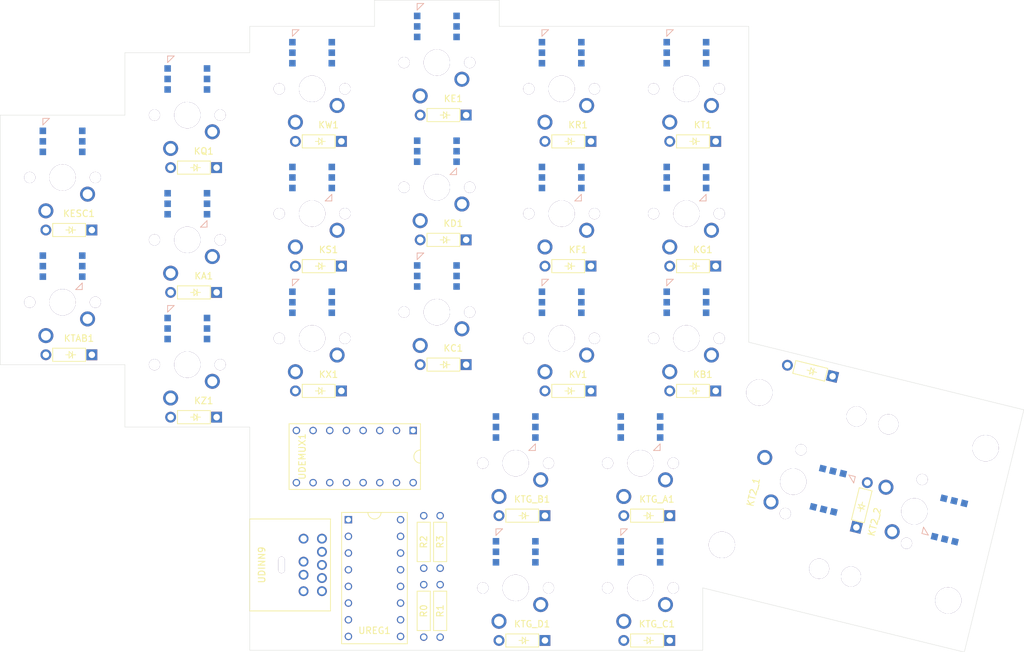
<source format=kicad_pcb>
(kicad_pcb (version 20171130) (host pcbnew "(5.1.10)-1")

  (general
    (thickness 1.6)
    (drawings 20)
    (tracks 0)
    (zones 0)
    (modules 30)
    (nets 92)
  )

  (page A4)
  (layers
    (0 F.Cu signal)
    (31 B.Cu signal)
    (32 B.Adhes user)
    (33 F.Adhes user)
    (34 B.Paste user)
    (35 F.Paste user)
    (36 B.SilkS user)
    (37 F.SilkS user)
    (38 B.Mask user)
    (39 F.Mask user)
    (40 Dwgs.User user)
    (41 Cmts.User user)
    (42 Eco1.User user)
    (43 Eco2.User user)
    (44 Edge.Cuts user)
    (45 Margin user)
    (46 B.CrtYd user)
    (47 F.CrtYd user)
    (48 B.Fab user)
    (49 F.Fab user)
  )

  (setup
    (last_trace_width 0.25)
    (trace_clearance 0.2)
    (zone_clearance 0.508)
    (zone_45_only no)
    (trace_min 0.2)
    (via_size 0.8)
    (via_drill 0.4)
    (via_min_size 0.4)
    (via_min_drill 0.3)
    (uvia_size 0.3)
    (uvia_drill 0.1)
    (uvias_allowed no)
    (uvia_min_size 0.2)
    (uvia_min_drill 0.1)
    (edge_width 0.05)
    (segment_width 0.2)
    (pcb_text_width 0.3)
    (pcb_text_size 1.5 1.5)
    (mod_edge_width 0.12)
    (mod_text_size 1 1)
    (mod_text_width 0.15)
    (pad_size 1.524 1.524)
    (pad_drill 0.762)
    (pad_to_mask_clearance 0)
    (aux_axis_origin 0 0)
    (visible_elements 7FFFFFFF)
    (pcbplotparams
      (layerselection 0x010fc_ffffffff)
      (usegerberextensions false)
      (usegerberattributes true)
      (usegerberadvancedattributes true)
      (creategerberjobfile true)
      (excludeedgelayer true)
      (linewidth 0.100000)
      (plotframeref false)
      (viasonmask false)
      (mode 1)
      (useauxorigin false)
      (hpglpennumber 1)
      (hpglpenspeed 20)
      (hpglpendiameter 15.000000)
      (psnegative false)
      (psa4output false)
      (plotreference true)
      (plotvalue true)
      (plotinvisibletext false)
      (padsonsilk false)
      (subtractmaskfromsilk false)
      (outputformat 1)
      (mirror false)
      (drillshape 1)
      (scaleselection 1)
      (outputdirectory ""))
  )

  (net 0 "")
  (net 1 "Net-(KA1-Pad10)")
  (net 2 "Net-(KA1-Pad9)")
  (net 3 GND)
  (net 4 "Net-(KA1-Pad7)")
  (net 5 "Net-(KA1-Pad6)")
  (net 6 VCC)
  (net 7 R6)
  (net 8 "Net-(KA1-Pad2)")
  (net 9 C1)
  (net 10 C2)
  (net 11 "Net-(KB1-Pad2)")
  (net 12 R2)
  (net 13 "Net-(KB1-Pad6)")
  (net 14 "Net-(KB1-Pad7)")
  (net 15 "Net-(KB1-Pad9)")
  (net 16 "Net-(KB1-Pad10)")
  (net 17 "Net-(KC1-Pad10)")
  (net 18 "Net-(KC1-Pad9)")
  (net 19 "Net-(KC1-Pad7)")
  (net 20 "Net-(KC1-Pad6)")
  (net 21 R4)
  (net 22 "Net-(KC1-Pad2)")
  (net 23 "Net-(KD1-Pad10)")
  (net 24 "Net-(KD1-Pad9)")
  (net 25 "Net-(KD1-Pad7)")
  (net 26 "Net-(KD1-Pad6)")
  (net 27 "Net-(KD1-Pad2)")
  (net 28 C0)
  (net 29 "Net-(KE1-Pad2)")
  (net 30 "Net-(KE1-Pad6)")
  (net 31 "Net-(KE1-Pad7)")
  (net 32 "Net-(KE1-Pad9)")
  (net 33 "Net-(KE1-Pad10)")
  (net 34 S0_DL)
  (net 35 CLK_L)
  (net 36 "Net-(KESC1-Pad7)")
  (net 37 "Net-(KESC1-Pad6)")
  (net 38 R7)
  (net 39 "Net-(KESC1-Pad2)")
  (net 40 "Net-(KF1-Pad2)")
  (net 41 R3)
  (net 42 "Net-(KF1-Pad9)")
  (net 43 "Net-(KF1-Pad10)")
  (net 44 "Net-(KG1-Pad10)")
  (net 45 "Net-(KG1-Pad9)")
  (net 46 "Net-(KG1-Pad2)")
  (net 47 "Net-(KQ1-Pad2)")
  (net 48 "Net-(KQ1-Pad6)")
  (net 49 "Net-(KQ1-Pad7)")
  (net 50 "Net-(KR1-Pad7)")
  (net 51 "Net-(KR1-Pad6)")
  (net 52 "Net-(KR1-Pad2)")
  (net 53 "Net-(KS1-Pad2)")
  (net 54 R5)
  (net 55 "Net-(KT1-Pad2)")
  (net 56 "Net-(KT2_1-Pad10)")
  (net 57 "Net-(KT2_1-Pad9)")
  (net 58 "Net-(KT2_1-Pad7)")
  (net 59 "Net-(KT2_1-Pad6)")
  (net 60 R1)
  (net 61 "Net-(KT2_1-Pad2)")
  (net 62 "Net-(KT2_2-Pad7)")
  (net 63 "Net-(KT2_2-Pad6)")
  (net 64 R0)
  (net 65 "Net-(KT2_2-Pad2)")
  (net 66 "Net-(KTAB1-Pad2)")
  (net 67 "Net-(KTAB1-Pad6)")
  (net 68 "Net-(KTAB1-Pad7)")
  (net 69 "Net-(KTG_A1-Pad7)")
  (net 70 "Net-(KTG_A1-Pad6)")
  (net 71 "Net-(KTG_A1-Pad2)")
  (net 72 C3)
  (net 73 "Net-(KTG_B1-Pad2)")
  (net 74 "Net-(KTG_B1-Pad6)")
  (net 75 "Net-(KTG_B1-Pad7)")
  (net 76 "Net-(KTG_C1-Pad10)")
  (net 77 "Net-(KTG_C1-Pad9)")
  (net 78 "Net-(KTG_C1-Pad2)")
  (net 79 "Net-(KTG_D1-Pad2)")
  (net 80 "Net-(KV1-Pad2)")
  (net 81 "Net-(KW1-Pad2)")
  (net 82 "Net-(KX1-Pad2)")
  (net 83 "Net-(KX1-Pad9)")
  (net 84 "Net-(KX1-Pad10)")
  (net 85 "Net-(KZ1-Pad2)")
  (net 86 S2)
  (net 87 S1)
  (net 88 RX)
  (net 89 CLK_C)
  (net 90 SH_LD)
  (net 91 "Net-(UREG1-Pad7)")

  (net_class Default "This is the default net class."
    (clearance 0.2)
    (trace_width 0.25)
    (via_dia 0.8)
    (via_drill 0.4)
    (uvia_dia 0.3)
    (uvia_drill 0.1)
    (add_net C0)
    (add_net C1)
    (add_net C2)
    (add_net C3)
    (add_net CLK_C)
    (add_net CLK_L)
    (add_net GND)
    (add_net "Net-(KA1-Pad10)")
    (add_net "Net-(KA1-Pad2)")
    (add_net "Net-(KA1-Pad6)")
    (add_net "Net-(KA1-Pad7)")
    (add_net "Net-(KA1-Pad9)")
    (add_net "Net-(KB1-Pad10)")
    (add_net "Net-(KB1-Pad2)")
    (add_net "Net-(KB1-Pad6)")
    (add_net "Net-(KB1-Pad7)")
    (add_net "Net-(KB1-Pad9)")
    (add_net "Net-(KC1-Pad10)")
    (add_net "Net-(KC1-Pad2)")
    (add_net "Net-(KC1-Pad6)")
    (add_net "Net-(KC1-Pad7)")
    (add_net "Net-(KC1-Pad9)")
    (add_net "Net-(KD1-Pad10)")
    (add_net "Net-(KD1-Pad2)")
    (add_net "Net-(KD1-Pad6)")
    (add_net "Net-(KD1-Pad7)")
    (add_net "Net-(KD1-Pad9)")
    (add_net "Net-(KE1-Pad10)")
    (add_net "Net-(KE1-Pad2)")
    (add_net "Net-(KE1-Pad6)")
    (add_net "Net-(KE1-Pad7)")
    (add_net "Net-(KE1-Pad9)")
    (add_net "Net-(KESC1-Pad2)")
    (add_net "Net-(KESC1-Pad6)")
    (add_net "Net-(KESC1-Pad7)")
    (add_net "Net-(KF1-Pad10)")
    (add_net "Net-(KF1-Pad2)")
    (add_net "Net-(KF1-Pad9)")
    (add_net "Net-(KG1-Pad10)")
    (add_net "Net-(KG1-Pad2)")
    (add_net "Net-(KG1-Pad9)")
    (add_net "Net-(KQ1-Pad2)")
    (add_net "Net-(KQ1-Pad6)")
    (add_net "Net-(KQ1-Pad7)")
    (add_net "Net-(KR1-Pad2)")
    (add_net "Net-(KR1-Pad6)")
    (add_net "Net-(KR1-Pad7)")
    (add_net "Net-(KS1-Pad2)")
    (add_net "Net-(KT1-Pad2)")
    (add_net "Net-(KT2_1-Pad10)")
    (add_net "Net-(KT2_1-Pad2)")
    (add_net "Net-(KT2_1-Pad6)")
    (add_net "Net-(KT2_1-Pad7)")
    (add_net "Net-(KT2_1-Pad9)")
    (add_net "Net-(KT2_2-Pad2)")
    (add_net "Net-(KT2_2-Pad6)")
    (add_net "Net-(KT2_2-Pad7)")
    (add_net "Net-(KTAB1-Pad2)")
    (add_net "Net-(KTAB1-Pad6)")
    (add_net "Net-(KTAB1-Pad7)")
    (add_net "Net-(KTG_A1-Pad2)")
    (add_net "Net-(KTG_A1-Pad6)")
    (add_net "Net-(KTG_A1-Pad7)")
    (add_net "Net-(KTG_B1-Pad2)")
    (add_net "Net-(KTG_B1-Pad6)")
    (add_net "Net-(KTG_B1-Pad7)")
    (add_net "Net-(KTG_C1-Pad10)")
    (add_net "Net-(KTG_C1-Pad2)")
    (add_net "Net-(KTG_C1-Pad9)")
    (add_net "Net-(KTG_D1-Pad2)")
    (add_net "Net-(KV1-Pad2)")
    (add_net "Net-(KW1-Pad2)")
    (add_net "Net-(KX1-Pad10)")
    (add_net "Net-(KX1-Pad2)")
    (add_net "Net-(KX1-Pad9)")
    (add_net "Net-(KZ1-Pad2)")
    (add_net "Net-(UREG1-Pad7)")
    (add_net R0)
    (add_net R1)
    (add_net R2)
    (add_net R3)
    (add_net R4)
    (add_net R5)
    (add_net R6)
    (add_net R7)
    (add_net RX)
    (add_net S0_DL)
    (add_net S1)
    (add_net S2)
    (add_net SH_LD)
    (add_net VCC)
  )

  (module Mini:Key2LedDiodeR2L (layer F.Cu) (tedit 60DAEAEF) (tstamp 60DE852D)
    (at 151.209 89.8464 256.2)
    (path /60DC9A00)
    (fp_text reference KT2_2 (at 3 5.5 76.2) (layer F.SilkS)
      (effects (font (size 1 1) (thickness 0.15)))
    )
    (fp_text value KeyLedDiode (at 0 -11 76.2) (layer F.Fab) hide
      (effects (font (size 1 1) (thickness 0.15)))
    )
    (fp_line (start 1 8) (end 0.5 8) (layer F.SilkS) (width 0.12))
    (fp_line (start 1.5 8) (end 2 8) (layer F.SilkS) (width 0.12))
    (fp_line (start 1 8.5) (end 1.5 8) (layer F.SilkS) (width 0.12))
    (fp_line (start 1 7.5) (end 1 8.5) (layer F.SilkS) (width 0.12))
    (fp_line (start 1.5 8) (end 1 7.5) (layer F.SilkS) (width 0.12))
    (fp_line (start 1.5 8.5) (end 1.5 8) (layer F.SilkS) (width 0.12))
    (fp_line (start 1.5 7.5) (end 1.5 8.5) (layer F.SilkS) (width 0.12))
    (fp_line (start 3.5 7) (end -1.5 7) (layer F.SilkS) (width 0.12))
    (fp_line (start 2 -1.93) (end 3 -1.93) (layer B.SilkS) (width 0.12))
    (fp_line (start 3 -1.93) (end 3 -2.93) (layer B.SilkS) (width 0.12))
    (fp_line (start 3 -2.93) (end 2 -1.93) (layer B.SilkS) (width 0.12))
    (fp_line (start -7 -7) (end 7 -7) (layer Eco1.User) (width 0.12))
    (fp_line (start 7 -7) (end 7 7) (layer Eco1.User) (width 0.12))
    (fp_line (start 7 7) (end -7 7) (layer Eco1.User) (width 0.12))
    (fp_line (start -7 7) (end -7 -7) (layer Eco1.User) (width 0.12))
    (fp_line (start -1.5 7) (end -1.5 9) (layer F.SilkS) (width 0.12))
    (fp_line (start -1.5 9) (end 3.5 9) (layer F.SilkS) (width 0.12))
    (fp_line (start 3.5 9) (end 3.5 7) (layer F.SilkS) (width 0.12))
    (pad HOLE thru_hole circle (at -11.94 7 256.2) (size 3.05 3.05) (drill 3.05) (layers *.Cu *.Mask))
    (pad HOLE thru_hole circle (at 11.94 7 256.2) (size 3.05 3.05) (drill 3.05) (layers *.Cu *.Mask))
    (pad HOLE thru_hole circle (at -11.94 -8.24 256.2) (size 4 4) (drill 4) (layers *.Cu *.Mask))
    (pad HOLE thru_hole circle (at 11.94 -8.24 256.2) (size 4 4) (drill 4) (layers *.Cu *.Mask))
    (pad HOLE thru_hole circle (at 0 0 256.2) (size 4 4) (drill 4) (layers *.Cu *.Mask))
    (pad POST thru_hole circle (at -5 0 256.2) (size 1.7 1.7) (drill 1.7) (layers *.Cu *.Mask))
    (pad POST thru_hole circle (at 5 0 256.2) (size 1.7 1.7) (drill 1.7) (layers *.Cu *.Mask))
    (pad 1 thru_hole circle (at 3.81 2.54 256.2) (size 2.286 2.286) (drill 1.5) (layers *.Cu *.Mask)
      (net 10 C2))
    (pad 2 thru_hole circle (at -2.54 5.08 256.2) (size 2.286 2.286) (drill 1.5) (layers *.Cu *.Mask)
      (net 65 "Net-(KT2_2-Pad2)"))
    (pad 3 thru_hole circle (at -2.54 8 256.2) (size 1.651 1.651) (drill 0.9906) (layers *.Cu *.Mask)
      (net 65 "Net-(KT2_2-Pad2)"))
    (pad 4 thru_hole rect (at 4.46 8 256.2) (size 1.651 1.651) (drill 0.9906) (layers *.Cu *.Mask)
      (net 64 R0))
    (pad 5 smd rect (at -3 -7.1 256.2) (size 1 1) (layers B.Cu B.Paste B.Mask)
      (net 6 VCC))
    (pad 6 smd rect (at -3 -5.5 256.2) (size 1 1) (layers B.Cu B.Paste B.Mask)
      (net 63 "Net-(KT2_2-Pad6)"))
    (pad 7 smd rect (at -3 -3.9 256.2) (size 1 1) (layers B.Cu B.Paste B.Mask)
      (net 62 "Net-(KT2_2-Pad7)"))
    (pad 8 smd rect (at 3 -7.1 256.2) (size 1 1) (layers B.Cu B.Paste B.Mask)
      (net 3 GND))
    (pad 9 smd rect (at 3 -5.5 256.2) (size 1 1) (layers B.Cu B.Paste B.Mask)
      (net 59 "Net-(KT2_1-Pad6)"))
    (pad 10 smd rect (at 3 -3.9 256.2) (size 1 1) (layers B.Cu B.Paste B.Mask)
      (net 58 "Net-(KT2_1-Pad7)"))
  )

  (module Mini:Key2LedDiodeL2R (layer F.Cu) (tedit 60DAEA70) (tstamp 60DE8505)
    (at 132.758 85.3144 256.2)
    (path /60DCAA39)
    (fp_text reference KT2_1 (at 3 5.5 76.2) (layer F.SilkS)
      (effects (font (size 1 1) (thickness 0.15)))
    )
    (fp_text value KeyLedDiode (at 0 -11 76.2) (layer F.Fab) hide
      (effects (font (size 1 1) (thickness 0.15)))
    )
    (fp_line (start -17 1.5) (end -17 2) (layer F.SilkS) (width 0.12))
    (fp_line (start -17 0.5) (end -17 1) (layer F.SilkS) (width 0.12))
    (fp_line (start -16.5 1.5) (end -17 1) (layer F.SilkS) (width 0.12))
    (fp_line (start -17.5 1.5) (end -16.5 1.5) (layer F.SilkS) (width 0.12))
    (fp_line (start -17 1) (end -17.5 1.5) (layer F.SilkS) (width 0.12))
    (fp_line (start -16.5 1) (end -17 1) (layer F.SilkS) (width 0.12))
    (fp_line (start -17.5 1) (end -16.5 1) (layer F.SilkS) (width 0.12))
    (fp_line (start -18 1.5) (end -18 0.5) (layer F.SilkS) (width 0.12))
    (fp_line (start -18 4) (end -18 -1) (layer F.SilkS) (width 0.12))
    (fp_line (start -16 4) (end -18 4) (layer F.SilkS) (width 0.12))
    (fp_line (start -16 -1) (end -16 4) (layer F.SilkS) (width 0.12))
    (fp_line (start -18 -1) (end -16 -1) (layer F.SilkS) (width 0.12))
    (fp_line (start -7 7) (end -7 -7) (layer Eco1.User) (width 0.12))
    (fp_line (start 7 7) (end -7 7) (layer Eco1.User) (width 0.12))
    (fp_line (start 7 -7) (end 7 7) (layer Eco1.User) (width 0.12))
    (fp_line (start -7 -7) (end 7 -7) (layer Eco1.User) (width 0.12))
    (fp_line (start -3 -8) (end -2 -9) (layer B.SilkS) (width 0.12))
    (fp_line (start -3 -9) (end -3 -8) (layer B.SilkS) (width 0.12))
    (fp_line (start -2 -9) (end -3 -9) (layer B.SilkS) (width 0.12))
    (pad HOLE thru_hole circle (at 11.94 8.24 256.2) (size 4 4) (drill 4) (layers *.Cu *.Mask))
    (pad HOLE thru_hole circle (at -11.94 8.24 256.2) (size 4 4) (drill 4) (layers *.Cu *.Mask))
    (pad HOLE thru_hole circle (at -11.94 -7 256.2) (size 3.05 3.05) (drill 3.05) (layers *.Cu *.Mask))
    (pad HOLE thru_hole circle (at 11.94 -7 256.2) (size 3.05 3.05) (drill 3.05) (layers *.Cu *.Mask))
    (pad HOLE thru_hole circle (at 0 0 256.2) (size 4 4) (drill 4) (layers *.Cu *.Mask))
    (pad POST thru_hole circle (at -5 0 256.2) (size 1.7 1.7) (drill 1.7) (layers *.Cu *.Mask))
    (pad POST thru_hole circle (at 5 0 256.2) (size 1.7 1.7) (drill 1.7) (layers *.Cu *.Mask))
    (pad 1 thru_hole circle (at 3.81 2.54 256.2) (size 2.286 2.286) (drill 1.5) (layers *.Cu *.Mask)
      (net 10 C2))
    (pad 2 thru_hole circle (at -2.54 5.08 256.2) (size 2.286 2.286) (drill 1.5) (layers *.Cu *.Mask)
      (net 61 "Net-(KT2_1-Pad2)"))
    (pad 3 thru_hole circle (at -17 5.08 256.2) (size 1.651 1.651) (drill 0.9906) (layers *.Cu *.Mask)
      (net 61 "Net-(KT2_1-Pad2)"))
    (pad 4 thru_hole rect (at -17 -2 256.2) (size 1.651 1.651) (drill 0.9906) (layers *.Cu *.Mask)
      (net 60 R1))
    (pad 5 smd rect (at 3 -3.9 256.2) (size 1 1) (layers B.Cu B.Paste B.Mask)
      (net 6 VCC))
    (pad 6 smd rect (at 3 -5.5 256.2) (size 1 1) (layers B.Cu B.Paste B.Mask)
      (net 59 "Net-(KT2_1-Pad6)"))
    (pad 7 smd rect (at 3 -7.1 256.2) (size 1 1) (layers B.Cu B.Paste B.Mask)
      (net 58 "Net-(KT2_1-Pad7)"))
    (pad 8 smd rect (at -3 -3.9 256.2) (size 1 1) (layers B.Cu B.Paste B.Mask)
      (net 3 GND))
    (pad 9 smd rect (at -3 -5.5 256.2) (size 1 1) (layers B.Cu B.Paste B.Mask)
      (net 57 "Net-(KT2_1-Pad9)"))
    (pad 10 smd rect (at -3 -7.1 256.2) (size 1 1) (layers B.Cu B.Paste B.Mask)
      (net 56 "Net-(KT2_1-Pad10)"))
  )

  (module Mini:KeyLedDiodeR2L (layer F.Cu) (tedit 60DAEB2F) (tstamp 60DE835D)
    (at 40.5 48.5)
    (path /60DC3798)
    (fp_text reference KA1 (at 2.5 5.5) (layer F.SilkS)
      (effects (font (size 1 1) (thickness 0.15)))
    )
    (fp_text value KeyLedDiode (at 0 -11) (layer F.Fab) hide
      (effects (font (size 1 1) (thickness 0.15)))
    )
    (fp_line (start 3.5 7) (end -1.5 7) (layer F.SilkS) (width 0.12))
    (fp_line (start 3.5 9) (end 3.5 7) (layer F.SilkS) (width 0.12))
    (fp_line (start -1.5 9) (end 3.5 9) (layer F.SilkS) (width 0.12))
    (fp_line (start -1.5 7) (end -1.5 9) (layer F.SilkS) (width 0.12))
    (fp_line (start -7 7) (end -7 -7) (layer Eco1.User) (width 0.12))
    (fp_line (start 7 7) (end -7 7) (layer Eco1.User) (width 0.12))
    (fp_line (start 7 -7) (end 7 7) (layer Eco1.User) (width 0.12))
    (fp_line (start -7 -7) (end 7 -7) (layer Eco1.User) (width 0.12))
    (fp_line (start 3 -2.93) (end 2 -1.93) (layer B.SilkS) (width 0.12))
    (fp_line (start 3 -1.93) (end 3 -2.93) (layer B.SilkS) (width 0.12))
    (fp_line (start 2 -1.93) (end 3 -1.93) (layer B.SilkS) (width 0.12))
    (fp_line (start 1.5 7.5) (end 1.5 8.5) (layer F.SilkS) (width 0.12))
    (fp_line (start 1.5 8.5) (end 1.5 8) (layer F.SilkS) (width 0.12))
    (fp_line (start 1.5 8) (end 1 7.5) (layer F.SilkS) (width 0.12))
    (fp_line (start 1 7.5) (end 1 8.5) (layer F.SilkS) (width 0.12))
    (fp_line (start 1 8.5) (end 1.5 8) (layer F.SilkS) (width 0.12))
    (fp_line (start 1.5 8) (end 2 8) (layer F.SilkS) (width 0.12))
    (fp_line (start 1 8) (end 0.5 8) (layer F.SilkS) (width 0.12))
    (pad 10 smd rect (at 3 -3.9) (size 1 1) (layers B.Cu B.Paste B.Mask)
      (net 1 "Net-(KA1-Pad10)"))
    (pad 9 smd rect (at 3 -5.5) (size 1 1) (layers B.Cu B.Paste B.Mask)
      (net 2 "Net-(KA1-Pad9)"))
    (pad 8 smd rect (at 3 -7.1) (size 1 1) (layers B.Cu B.Paste B.Mask)
      (net 3 GND))
    (pad 7 smd rect (at -3 -3.9) (size 1 1) (layers B.Cu B.Paste B.Mask)
      (net 4 "Net-(KA1-Pad7)"))
    (pad 6 smd rect (at -3 -5.5) (size 1 1) (layers B.Cu B.Paste B.Mask)
      (net 5 "Net-(KA1-Pad6)"))
    (pad 5 smd rect (at -3 -7.1) (size 1 1) (layers B.Cu B.Paste B.Mask)
      (net 6 VCC))
    (pad 4 thru_hole rect (at 4.46 8) (size 1.651 1.651) (drill 0.9906) (layers *.Cu *.Mask)
      (net 7 R6))
    (pad 3 thru_hole circle (at -2.54 8) (size 1.651 1.651) (drill 0.9906) (layers *.Cu *.Mask)
      (net 8 "Net-(KA1-Pad2)"))
    (pad 2 thru_hole circle (at -2.54 5.08) (size 2.286 2.286) (drill 1.5) (layers *.Cu *.Mask)
      (net 8 "Net-(KA1-Pad2)"))
    (pad 1 thru_hole circle (at 3.81 2.54) (size 2.286 2.286) (drill 1.5) (layers *.Cu *.Mask)
      (net 9 C1))
    (pad POST thru_hole circle (at 5 0) (size 1.7 1.7) (drill 1.7) (layers *.Cu *.Mask))
    (pad POST thru_hole circle (at -5 0) (size 1.7 1.7) (drill 1.7) (layers *.Cu *.Mask))
    (pad HOLE thru_hole circle (at 0 0) (size 4 4) (drill 4) (layers *.Cu *.Mask))
  )

  (module Mini:KeyLedDiodeL2R (layer F.Cu) (tedit 60DAEB1E) (tstamp 60DE8380)
    (at 116.5 63.5)
    (path /60DC8DCE)
    (fp_text reference KB1 (at 2.5 5.5) (layer F.SilkS)
      (effects (font (size 1 1) (thickness 0.15)))
    )
    (fp_text value KeyLedDiode (at 0 -11) (layer F.Fab) hide
      (effects (font (size 1 1) (thickness 0.15)))
    )
    (fp_line (start 1 8) (end 0.5 8) (layer F.SilkS) (width 0.12))
    (fp_line (start 1.5 8) (end 2 8) (layer F.SilkS) (width 0.12))
    (fp_line (start 1 8.5) (end 1.5 8) (layer F.SilkS) (width 0.12))
    (fp_line (start 1 7.5) (end 1 8.5) (layer F.SilkS) (width 0.12))
    (fp_line (start 1.5 8) (end 1 7.5) (layer F.SilkS) (width 0.12))
    (fp_line (start 1.5 8.5) (end 1.5 8) (layer F.SilkS) (width 0.12))
    (fp_line (start 1.5 7.5) (end 1.5 8.5) (layer F.SilkS) (width 0.12))
    (fp_line (start -7 7) (end -7 -7) (layer Eco1.User) (width 0.12))
    (fp_line (start 7 7) (end -7 7) (layer Eco1.User) (width 0.12))
    (fp_line (start 7 -7) (end 7 7) (layer Eco1.User) (width 0.12))
    (fp_line (start -7 -7) (end 7 -7) (layer Eco1.User) (width 0.12))
    (fp_line (start -3 -8) (end -2 -9) (layer B.SilkS) (width 0.12))
    (fp_line (start -3 -9) (end -3 -8) (layer B.SilkS) (width 0.12))
    (fp_line (start -2 -9) (end -3 -9) (layer B.SilkS) (width 0.12))
    (fp_line (start -1.5 7) (end -1.5 9) (layer F.SilkS) (width 0.12))
    (fp_line (start -1.5 9) (end 3.5 9) (layer F.SilkS) (width 0.12))
    (fp_line (start 3.5 9) (end 3.5 7) (layer F.SilkS) (width 0.12))
    (fp_line (start 3.5 7) (end -1.5 7) (layer F.SilkS) (width 0.12))
    (pad HOLE thru_hole circle (at 0 0) (size 4 4) (drill 4) (layers *.Cu *.Mask))
    (pad POST thru_hole circle (at -5 0) (size 1.7 1.7) (drill 1.7) (layers *.Cu *.Mask))
    (pad POST thru_hole circle (at 5 0) (size 1.7 1.7) (drill 1.7) (layers *.Cu *.Mask))
    (pad 1 thru_hole circle (at 3.81 2.54) (size 2.286 2.286) (drill 1.5) (layers *.Cu *.Mask)
      (net 10 C2))
    (pad 2 thru_hole circle (at -2.54 5.08) (size 2.286 2.286) (drill 1.5) (layers *.Cu *.Mask)
      (net 11 "Net-(KB1-Pad2)"))
    (pad 3 thru_hole circle (at -2.54 8) (size 1.651 1.651) (drill 0.9906) (layers *.Cu *.Mask)
      (net 11 "Net-(KB1-Pad2)"))
    (pad 4 thru_hole rect (at 4.46 8) (size 1.651 1.651) (drill 0.9906) (layers *.Cu *.Mask)
      (net 12 R2))
    (pad 5 smd rect (at 3 -3.9) (size 1 1) (layers B.Cu B.Paste B.Mask)
      (net 6 VCC))
    (pad 6 smd rect (at 3 -5.5) (size 1 1) (layers B.Cu B.Paste B.Mask)
      (net 13 "Net-(KB1-Pad6)"))
    (pad 7 smd rect (at 3 -7.1) (size 1 1) (layers B.Cu B.Paste B.Mask)
      (net 14 "Net-(KB1-Pad7)"))
    (pad 8 smd rect (at -3 -3.9) (size 1 1) (layers B.Cu B.Paste B.Mask)
      (net 3 GND))
    (pad 9 smd rect (at -3 -5.5) (size 1 1) (layers B.Cu B.Paste B.Mask)
      (net 15 "Net-(KB1-Pad9)"))
    (pad 10 smd rect (at -3 -7.1) (size 1 1) (layers B.Cu B.Paste B.Mask)
      (net 16 "Net-(KB1-Pad10)"))
  )

  (module Mini:KeyLedDiodeL2R (layer F.Cu) (tedit 60DAEB1E) (tstamp 60DE83A3)
    (at 78.5 59.5)
    (path /60DC7B40)
    (fp_text reference KC1 (at 2.5 5.5) (layer F.SilkS)
      (effects (font (size 1 1) (thickness 0.15)))
    )
    (fp_text value KeyLedDiode (at 0 -11) (layer F.Fab) hide
      (effects (font (size 1 1) (thickness 0.15)))
    )
    (fp_line (start 3.5 7) (end -1.5 7) (layer F.SilkS) (width 0.12))
    (fp_line (start 3.5 9) (end 3.5 7) (layer F.SilkS) (width 0.12))
    (fp_line (start -1.5 9) (end 3.5 9) (layer F.SilkS) (width 0.12))
    (fp_line (start -1.5 7) (end -1.5 9) (layer F.SilkS) (width 0.12))
    (fp_line (start -2 -9) (end -3 -9) (layer B.SilkS) (width 0.12))
    (fp_line (start -3 -9) (end -3 -8) (layer B.SilkS) (width 0.12))
    (fp_line (start -3 -8) (end -2 -9) (layer B.SilkS) (width 0.12))
    (fp_line (start -7 -7) (end 7 -7) (layer Eco1.User) (width 0.12))
    (fp_line (start 7 -7) (end 7 7) (layer Eco1.User) (width 0.12))
    (fp_line (start 7 7) (end -7 7) (layer Eco1.User) (width 0.12))
    (fp_line (start -7 7) (end -7 -7) (layer Eco1.User) (width 0.12))
    (fp_line (start 1.5 7.5) (end 1.5 8.5) (layer F.SilkS) (width 0.12))
    (fp_line (start 1.5 8.5) (end 1.5 8) (layer F.SilkS) (width 0.12))
    (fp_line (start 1.5 8) (end 1 7.5) (layer F.SilkS) (width 0.12))
    (fp_line (start 1 7.5) (end 1 8.5) (layer F.SilkS) (width 0.12))
    (fp_line (start 1 8.5) (end 1.5 8) (layer F.SilkS) (width 0.12))
    (fp_line (start 1.5 8) (end 2 8) (layer F.SilkS) (width 0.12))
    (fp_line (start 1 8) (end 0.5 8) (layer F.SilkS) (width 0.12))
    (pad 10 smd rect (at -3 -7.1) (size 1 1) (layers B.Cu B.Paste B.Mask)
      (net 17 "Net-(KC1-Pad10)"))
    (pad 9 smd rect (at -3 -5.5) (size 1 1) (layers B.Cu B.Paste B.Mask)
      (net 18 "Net-(KC1-Pad9)"))
    (pad 8 smd rect (at -3 -3.9) (size 1 1) (layers B.Cu B.Paste B.Mask)
      (net 3 GND))
    (pad 7 smd rect (at 3 -7.1) (size 1 1) (layers B.Cu B.Paste B.Mask)
      (net 19 "Net-(KC1-Pad7)"))
    (pad 6 smd rect (at 3 -5.5) (size 1 1) (layers B.Cu B.Paste B.Mask)
      (net 20 "Net-(KC1-Pad6)"))
    (pad 5 smd rect (at 3 -3.9) (size 1 1) (layers B.Cu B.Paste B.Mask)
      (net 6 VCC))
    (pad 4 thru_hole rect (at 4.46 8) (size 1.651 1.651) (drill 0.9906) (layers *.Cu *.Mask)
      (net 21 R4))
    (pad 3 thru_hole circle (at -2.54 8) (size 1.651 1.651) (drill 0.9906) (layers *.Cu *.Mask)
      (net 22 "Net-(KC1-Pad2)"))
    (pad 2 thru_hole circle (at -2.54 5.08) (size 2.286 2.286) (drill 1.5) (layers *.Cu *.Mask)
      (net 22 "Net-(KC1-Pad2)"))
    (pad 1 thru_hole circle (at 3.81 2.54) (size 2.286 2.286) (drill 1.5) (layers *.Cu *.Mask)
      (net 10 C2))
    (pad POST thru_hole circle (at 5 0) (size 1.7 1.7) (drill 1.7) (layers *.Cu *.Mask))
    (pad POST thru_hole circle (at -5 0) (size 1.7 1.7) (drill 1.7) (layers *.Cu *.Mask))
    (pad HOLE thru_hole circle (at 0 0) (size 4 4) (drill 4) (layers *.Cu *.Mask))
  )

  (module Mini:KeyLedDiodeR2L (layer F.Cu) (tedit 60DAEB2F) (tstamp 60DE83C6)
    (at 78.5 40.5)
    (path /60DC48A3)
    (fp_text reference KD1 (at 2.5 5.5) (layer F.SilkS)
      (effects (font (size 1 1) (thickness 0.15)))
    )
    (fp_text value KeyLedDiode (at 0 -11) (layer F.Fab) hide
      (effects (font (size 1 1) (thickness 0.15)))
    )
    (fp_line (start 3.5 7) (end -1.5 7) (layer F.SilkS) (width 0.12))
    (fp_line (start 3.5 9) (end 3.5 7) (layer F.SilkS) (width 0.12))
    (fp_line (start -1.5 9) (end 3.5 9) (layer F.SilkS) (width 0.12))
    (fp_line (start -1.5 7) (end -1.5 9) (layer F.SilkS) (width 0.12))
    (fp_line (start -7 7) (end -7 -7) (layer Eco1.User) (width 0.12))
    (fp_line (start 7 7) (end -7 7) (layer Eco1.User) (width 0.12))
    (fp_line (start 7 -7) (end 7 7) (layer Eco1.User) (width 0.12))
    (fp_line (start -7 -7) (end 7 -7) (layer Eco1.User) (width 0.12))
    (fp_line (start 3 -2.93) (end 2 -1.93) (layer B.SilkS) (width 0.12))
    (fp_line (start 3 -1.93) (end 3 -2.93) (layer B.SilkS) (width 0.12))
    (fp_line (start 2 -1.93) (end 3 -1.93) (layer B.SilkS) (width 0.12))
    (fp_line (start 1.5 7.5) (end 1.5 8.5) (layer F.SilkS) (width 0.12))
    (fp_line (start 1.5 8.5) (end 1.5 8) (layer F.SilkS) (width 0.12))
    (fp_line (start 1.5 8) (end 1 7.5) (layer F.SilkS) (width 0.12))
    (fp_line (start 1 7.5) (end 1 8.5) (layer F.SilkS) (width 0.12))
    (fp_line (start 1 8.5) (end 1.5 8) (layer F.SilkS) (width 0.12))
    (fp_line (start 1.5 8) (end 2 8) (layer F.SilkS) (width 0.12))
    (fp_line (start 1 8) (end 0.5 8) (layer F.SilkS) (width 0.12))
    (pad 10 smd rect (at 3 -3.9) (size 1 1) (layers B.Cu B.Paste B.Mask)
      (net 23 "Net-(KD1-Pad10)"))
    (pad 9 smd rect (at 3 -5.5) (size 1 1) (layers B.Cu B.Paste B.Mask)
      (net 24 "Net-(KD1-Pad9)"))
    (pad 8 smd rect (at 3 -7.1) (size 1 1) (layers B.Cu B.Paste B.Mask)
      (net 3 GND))
    (pad 7 smd rect (at -3 -3.9) (size 1 1) (layers B.Cu B.Paste B.Mask)
      (net 25 "Net-(KD1-Pad7)"))
    (pad 6 smd rect (at -3 -5.5) (size 1 1) (layers B.Cu B.Paste B.Mask)
      (net 26 "Net-(KD1-Pad6)"))
    (pad 5 smd rect (at -3 -7.1) (size 1 1) (layers B.Cu B.Paste B.Mask)
      (net 6 VCC))
    (pad 4 thru_hole rect (at 4.46 8) (size 1.651 1.651) (drill 0.9906) (layers *.Cu *.Mask)
      (net 21 R4))
    (pad 3 thru_hole circle (at -2.54 8) (size 1.651 1.651) (drill 0.9906) (layers *.Cu *.Mask)
      (net 27 "Net-(KD1-Pad2)"))
    (pad 2 thru_hole circle (at -2.54 5.08) (size 2.286 2.286) (drill 1.5) (layers *.Cu *.Mask)
      (net 27 "Net-(KD1-Pad2)"))
    (pad 1 thru_hole circle (at 3.81 2.54) (size 2.286 2.286) (drill 1.5) (layers *.Cu *.Mask)
      (net 9 C1))
    (pad POST thru_hole circle (at 5 0) (size 1.7 1.7) (drill 1.7) (layers *.Cu *.Mask))
    (pad POST thru_hole circle (at -5 0) (size 1.7 1.7) (drill 1.7) (layers *.Cu *.Mask))
    (pad HOLE thru_hole circle (at 0 0) (size 4 4) (drill 4) (layers *.Cu *.Mask))
  )

  (module Mini:KeyLedDiodeL2R (layer F.Cu) (tedit 60DAEB1E) (tstamp 60DE83E9)
    (at 78.5 21.5)
    (path /60DC084C)
    (fp_text reference KE1 (at 2.5 5.5) (layer F.SilkS)
      (effects (font (size 1 1) (thickness 0.15)))
    )
    (fp_text value KeyLedDiode (at 0 -11) (layer F.Fab) hide
      (effects (font (size 1 1) (thickness 0.15)))
    )
    (fp_line (start 1 8) (end 0.5 8) (layer F.SilkS) (width 0.12))
    (fp_line (start 1.5 8) (end 2 8) (layer F.SilkS) (width 0.12))
    (fp_line (start 1 8.5) (end 1.5 8) (layer F.SilkS) (width 0.12))
    (fp_line (start 1 7.5) (end 1 8.5) (layer F.SilkS) (width 0.12))
    (fp_line (start 1.5 8) (end 1 7.5) (layer F.SilkS) (width 0.12))
    (fp_line (start 1.5 8.5) (end 1.5 8) (layer F.SilkS) (width 0.12))
    (fp_line (start 1.5 7.5) (end 1.5 8.5) (layer F.SilkS) (width 0.12))
    (fp_line (start -7 7) (end -7 -7) (layer Eco1.User) (width 0.12))
    (fp_line (start 7 7) (end -7 7) (layer Eco1.User) (width 0.12))
    (fp_line (start 7 -7) (end 7 7) (layer Eco1.User) (width 0.12))
    (fp_line (start -7 -7) (end 7 -7) (layer Eco1.User) (width 0.12))
    (fp_line (start -3 -8) (end -2 -9) (layer B.SilkS) (width 0.12))
    (fp_line (start -3 -9) (end -3 -8) (layer B.SilkS) (width 0.12))
    (fp_line (start -2 -9) (end -3 -9) (layer B.SilkS) (width 0.12))
    (fp_line (start -1.5 7) (end -1.5 9) (layer F.SilkS) (width 0.12))
    (fp_line (start -1.5 9) (end 3.5 9) (layer F.SilkS) (width 0.12))
    (fp_line (start 3.5 9) (end 3.5 7) (layer F.SilkS) (width 0.12))
    (fp_line (start 3.5 7) (end -1.5 7) (layer F.SilkS) (width 0.12))
    (pad HOLE thru_hole circle (at 0 0) (size 4 4) (drill 4) (layers *.Cu *.Mask))
    (pad POST thru_hole circle (at -5 0) (size 1.7 1.7) (drill 1.7) (layers *.Cu *.Mask))
    (pad POST thru_hole circle (at 5 0) (size 1.7 1.7) (drill 1.7) (layers *.Cu *.Mask))
    (pad 1 thru_hole circle (at 3.81 2.54) (size 2.286 2.286) (drill 1.5) (layers *.Cu *.Mask)
      (net 28 C0))
    (pad 2 thru_hole circle (at -2.54 5.08) (size 2.286 2.286) (drill 1.5) (layers *.Cu *.Mask)
      (net 29 "Net-(KE1-Pad2)"))
    (pad 3 thru_hole circle (at -2.54 8) (size 1.651 1.651) (drill 0.9906) (layers *.Cu *.Mask)
      (net 29 "Net-(KE1-Pad2)"))
    (pad 4 thru_hole rect (at 4.46 8) (size 1.651 1.651) (drill 0.9906) (layers *.Cu *.Mask)
      (net 21 R4))
    (pad 5 smd rect (at 3 -3.9) (size 1 1) (layers B.Cu B.Paste B.Mask)
      (net 6 VCC))
    (pad 6 smd rect (at 3 -5.5) (size 1 1) (layers B.Cu B.Paste B.Mask)
      (net 30 "Net-(KE1-Pad6)"))
    (pad 7 smd rect (at 3 -7.1) (size 1 1) (layers B.Cu B.Paste B.Mask)
      (net 31 "Net-(KE1-Pad7)"))
    (pad 8 smd rect (at -3 -3.9) (size 1 1) (layers B.Cu B.Paste B.Mask)
      (net 3 GND))
    (pad 9 smd rect (at -3 -5.5) (size 1 1) (layers B.Cu B.Paste B.Mask)
      (net 32 "Net-(KE1-Pad9)"))
    (pad 10 smd rect (at -3 -7.1) (size 1 1) (layers B.Cu B.Paste B.Mask)
      (net 33 "Net-(KE1-Pad10)"))
  )

  (module Mini:KeyLedDiodeL2R (layer F.Cu) (tedit 60DAEB1E) (tstamp 60DE840C)
    (at 21.5 39)
    (path /60DBF671)
    (fp_text reference KESC1 (at 2.5 5.5) (layer F.SilkS)
      (effects (font (size 1 1) (thickness 0.15)))
    )
    (fp_text value KeyLedDiode (at 0 -11) (layer F.Fab) hide
      (effects (font (size 1 1) (thickness 0.15)))
    )
    (fp_line (start 3.5 7) (end -1.5 7) (layer F.SilkS) (width 0.12))
    (fp_line (start 3.5 9) (end 3.5 7) (layer F.SilkS) (width 0.12))
    (fp_line (start -1.5 9) (end 3.5 9) (layer F.SilkS) (width 0.12))
    (fp_line (start -1.5 7) (end -1.5 9) (layer F.SilkS) (width 0.12))
    (fp_line (start -2 -9) (end -3 -9) (layer B.SilkS) (width 0.12))
    (fp_line (start -3 -9) (end -3 -8) (layer B.SilkS) (width 0.12))
    (fp_line (start -3 -8) (end -2 -9) (layer B.SilkS) (width 0.12))
    (fp_line (start -7 -7) (end 7 -7) (layer Eco1.User) (width 0.12))
    (fp_line (start 7 -7) (end 7 7) (layer Eco1.User) (width 0.12))
    (fp_line (start 7 7) (end -7 7) (layer Eco1.User) (width 0.12))
    (fp_line (start -7 7) (end -7 -7) (layer Eco1.User) (width 0.12))
    (fp_line (start 1.5 7.5) (end 1.5 8.5) (layer F.SilkS) (width 0.12))
    (fp_line (start 1.5 8.5) (end 1.5 8) (layer F.SilkS) (width 0.12))
    (fp_line (start 1.5 8) (end 1 7.5) (layer F.SilkS) (width 0.12))
    (fp_line (start 1 7.5) (end 1 8.5) (layer F.SilkS) (width 0.12))
    (fp_line (start 1 8.5) (end 1.5 8) (layer F.SilkS) (width 0.12))
    (fp_line (start 1.5 8) (end 2 8) (layer F.SilkS) (width 0.12))
    (fp_line (start 1 8) (end 0.5 8) (layer F.SilkS) (width 0.12))
    (pad 10 smd rect (at -3 -7.1) (size 1 1) (layers B.Cu B.Paste B.Mask)
      (net 34 S0_DL))
    (pad 9 smd rect (at -3 -5.5) (size 1 1) (layers B.Cu B.Paste B.Mask)
      (net 35 CLK_L))
    (pad 8 smd rect (at -3 -3.9) (size 1 1) (layers B.Cu B.Paste B.Mask)
      (net 3 GND))
    (pad 7 smd rect (at 3 -7.1) (size 1 1) (layers B.Cu B.Paste B.Mask)
      (net 36 "Net-(KESC1-Pad7)"))
    (pad 6 smd rect (at 3 -5.5) (size 1 1) (layers B.Cu B.Paste B.Mask)
      (net 37 "Net-(KESC1-Pad6)"))
    (pad 5 smd rect (at 3 -3.9) (size 1 1) (layers B.Cu B.Paste B.Mask)
      (net 6 VCC))
    (pad 4 thru_hole rect (at 4.46 8) (size 1.651 1.651) (drill 0.9906) (layers *.Cu *.Mask)
      (net 38 R7))
    (pad 3 thru_hole circle (at -2.54 8) (size 1.651 1.651) (drill 0.9906) (layers *.Cu *.Mask)
      (net 39 "Net-(KESC1-Pad2)"))
    (pad 2 thru_hole circle (at -2.54 5.08) (size 2.286 2.286) (drill 1.5) (layers *.Cu *.Mask)
      (net 39 "Net-(KESC1-Pad2)"))
    (pad 1 thru_hole circle (at 3.81 2.54) (size 2.286 2.286) (drill 1.5) (layers *.Cu *.Mask)
      (net 28 C0))
    (pad POST thru_hole circle (at 5 0) (size 1.7 1.7) (drill 1.7) (layers *.Cu *.Mask))
    (pad POST thru_hole circle (at -5 0) (size 1.7 1.7) (drill 1.7) (layers *.Cu *.Mask))
    (pad HOLE thru_hole circle (at 0 0) (size 4 4) (drill 4) (layers *.Cu *.Mask))
  )

  (module Mini:KeyLedDiodeR2L (layer F.Cu) (tedit 60DAEB2F) (tstamp 60DE842F)
    (at 97.5 44.5)
    (path /60DC50E5)
    (fp_text reference KF1 (at 2.5 5.5) (layer F.SilkS)
      (effects (font (size 1 1) (thickness 0.15)))
    )
    (fp_text value KeyLedDiode (at 0 -11) (layer F.Fab) hide
      (effects (font (size 1 1) (thickness 0.15)))
    )
    (fp_line (start 1 8) (end 0.5 8) (layer F.SilkS) (width 0.12))
    (fp_line (start 1.5 8) (end 2 8) (layer F.SilkS) (width 0.12))
    (fp_line (start 1 8.5) (end 1.5 8) (layer F.SilkS) (width 0.12))
    (fp_line (start 1 7.5) (end 1 8.5) (layer F.SilkS) (width 0.12))
    (fp_line (start 1.5 8) (end 1 7.5) (layer F.SilkS) (width 0.12))
    (fp_line (start 1.5 8.5) (end 1.5 8) (layer F.SilkS) (width 0.12))
    (fp_line (start 1.5 7.5) (end 1.5 8.5) (layer F.SilkS) (width 0.12))
    (fp_line (start 2 -1.93) (end 3 -1.93) (layer B.SilkS) (width 0.12))
    (fp_line (start 3 -1.93) (end 3 -2.93) (layer B.SilkS) (width 0.12))
    (fp_line (start 3 -2.93) (end 2 -1.93) (layer B.SilkS) (width 0.12))
    (fp_line (start -7 -7) (end 7 -7) (layer Eco1.User) (width 0.12))
    (fp_line (start 7 -7) (end 7 7) (layer Eco1.User) (width 0.12))
    (fp_line (start 7 7) (end -7 7) (layer Eco1.User) (width 0.12))
    (fp_line (start -7 7) (end -7 -7) (layer Eco1.User) (width 0.12))
    (fp_line (start -1.5 7) (end -1.5 9) (layer F.SilkS) (width 0.12))
    (fp_line (start -1.5 9) (end 3.5 9) (layer F.SilkS) (width 0.12))
    (fp_line (start 3.5 9) (end 3.5 7) (layer F.SilkS) (width 0.12))
    (fp_line (start 3.5 7) (end -1.5 7) (layer F.SilkS) (width 0.12))
    (pad HOLE thru_hole circle (at 0 0) (size 4 4) (drill 4) (layers *.Cu *.Mask))
    (pad POST thru_hole circle (at -5 0) (size 1.7 1.7) (drill 1.7) (layers *.Cu *.Mask))
    (pad POST thru_hole circle (at 5 0) (size 1.7 1.7) (drill 1.7) (layers *.Cu *.Mask))
    (pad 1 thru_hole circle (at 3.81 2.54) (size 2.286 2.286) (drill 1.5) (layers *.Cu *.Mask)
      (net 9 C1))
    (pad 2 thru_hole circle (at -2.54 5.08) (size 2.286 2.286) (drill 1.5) (layers *.Cu *.Mask)
      (net 40 "Net-(KF1-Pad2)"))
    (pad 3 thru_hole circle (at -2.54 8) (size 1.651 1.651) (drill 0.9906) (layers *.Cu *.Mask)
      (net 40 "Net-(KF1-Pad2)"))
    (pad 4 thru_hole rect (at 4.46 8) (size 1.651 1.651) (drill 0.9906) (layers *.Cu *.Mask)
      (net 41 R3))
    (pad 5 smd rect (at -3 -7.1) (size 1 1) (layers B.Cu B.Paste B.Mask)
      (net 6 VCC))
    (pad 6 smd rect (at -3 -5.5) (size 1 1) (layers B.Cu B.Paste B.Mask)
      (net 24 "Net-(KD1-Pad9)"))
    (pad 7 smd rect (at -3 -3.9) (size 1 1) (layers B.Cu B.Paste B.Mask)
      (net 23 "Net-(KD1-Pad10)"))
    (pad 8 smd rect (at 3 -7.1) (size 1 1) (layers B.Cu B.Paste B.Mask)
      (net 3 GND))
    (pad 9 smd rect (at 3 -5.5) (size 1 1) (layers B.Cu B.Paste B.Mask)
      (net 42 "Net-(KF1-Pad9)"))
    (pad 10 smd rect (at 3 -3.9) (size 1 1) (layers B.Cu B.Paste B.Mask)
      (net 43 "Net-(KF1-Pad10)"))
  )

  (module Mini:KeyLedDiodeR2L (layer F.Cu) (tedit 60DAEB2F) (tstamp 60DE8452)
    (at 116.5 44.5)
    (path /60DC5918)
    (fp_text reference KG1 (at 2.5 5.5) (layer F.SilkS)
      (effects (font (size 1 1) (thickness 0.15)))
    )
    (fp_text value KeyLedDiode (at 0 -11) (layer F.Fab) hide
      (effects (font (size 1 1) (thickness 0.15)))
    )
    (fp_line (start 3.5 7) (end -1.5 7) (layer F.SilkS) (width 0.12))
    (fp_line (start 3.5 9) (end 3.5 7) (layer F.SilkS) (width 0.12))
    (fp_line (start -1.5 9) (end 3.5 9) (layer F.SilkS) (width 0.12))
    (fp_line (start -1.5 7) (end -1.5 9) (layer F.SilkS) (width 0.12))
    (fp_line (start -7 7) (end -7 -7) (layer Eco1.User) (width 0.12))
    (fp_line (start 7 7) (end -7 7) (layer Eco1.User) (width 0.12))
    (fp_line (start 7 -7) (end 7 7) (layer Eco1.User) (width 0.12))
    (fp_line (start -7 -7) (end 7 -7) (layer Eco1.User) (width 0.12))
    (fp_line (start 3 -2.93) (end 2 -1.93) (layer B.SilkS) (width 0.12))
    (fp_line (start 3 -1.93) (end 3 -2.93) (layer B.SilkS) (width 0.12))
    (fp_line (start 2 -1.93) (end 3 -1.93) (layer B.SilkS) (width 0.12))
    (fp_line (start 1.5 7.5) (end 1.5 8.5) (layer F.SilkS) (width 0.12))
    (fp_line (start 1.5 8.5) (end 1.5 8) (layer F.SilkS) (width 0.12))
    (fp_line (start 1.5 8) (end 1 7.5) (layer F.SilkS) (width 0.12))
    (fp_line (start 1 7.5) (end 1 8.5) (layer F.SilkS) (width 0.12))
    (fp_line (start 1 8.5) (end 1.5 8) (layer F.SilkS) (width 0.12))
    (fp_line (start 1.5 8) (end 2 8) (layer F.SilkS) (width 0.12))
    (fp_line (start 1 8) (end 0.5 8) (layer F.SilkS) (width 0.12))
    (pad 10 smd rect (at 3 -3.9) (size 1 1) (layers B.Cu B.Paste B.Mask)
      (net 44 "Net-(KG1-Pad10)"))
    (pad 9 smd rect (at 3 -5.5) (size 1 1) (layers B.Cu B.Paste B.Mask)
      (net 45 "Net-(KG1-Pad9)"))
    (pad 8 smd rect (at 3 -7.1) (size 1 1) (layers B.Cu B.Paste B.Mask)
      (net 3 GND))
    (pad 7 smd rect (at -3 -3.9) (size 1 1) (layers B.Cu B.Paste B.Mask)
      (net 43 "Net-(KF1-Pad10)"))
    (pad 6 smd rect (at -3 -5.5) (size 1 1) (layers B.Cu B.Paste B.Mask)
      (net 42 "Net-(KF1-Pad9)"))
    (pad 5 smd rect (at -3 -7.1) (size 1 1) (layers B.Cu B.Paste B.Mask)
      (net 6 VCC))
    (pad 4 thru_hole rect (at 4.46 8) (size 1.651 1.651) (drill 0.9906) (layers *.Cu *.Mask)
      (net 12 R2))
    (pad 3 thru_hole circle (at -2.54 8) (size 1.651 1.651) (drill 0.9906) (layers *.Cu *.Mask)
      (net 46 "Net-(KG1-Pad2)"))
    (pad 2 thru_hole circle (at -2.54 5.08) (size 2.286 2.286) (drill 1.5) (layers *.Cu *.Mask)
      (net 46 "Net-(KG1-Pad2)"))
    (pad 1 thru_hole circle (at 3.81 2.54) (size 2.286 2.286) (drill 1.5) (layers *.Cu *.Mask)
      (net 9 C1))
    (pad POST thru_hole circle (at 5 0) (size 1.7 1.7) (drill 1.7) (layers *.Cu *.Mask))
    (pad POST thru_hole circle (at -5 0) (size 1.7 1.7) (drill 1.7) (layers *.Cu *.Mask))
    (pad HOLE thru_hole circle (at 0 0) (size 4 4) (drill 4) (layers *.Cu *.Mask))
  )

  (module Mini:KeyLedDiodeL2R (layer F.Cu) (tedit 60DAEB1E) (tstamp 60DE8475)
    (at 40.5 29.5)
    (path /60DBFCBA)
    (fp_text reference KQ1 (at 2.5 5.5) (layer F.SilkS)
      (effects (font (size 1 1) (thickness 0.15)))
    )
    (fp_text value KeyLedDiode (at 0 -11) (layer F.Fab) hide
      (effects (font (size 1 1) (thickness 0.15)))
    )
    (fp_line (start 1 8) (end 0.5 8) (layer F.SilkS) (width 0.12))
    (fp_line (start 1.5 8) (end 2 8) (layer F.SilkS) (width 0.12))
    (fp_line (start 1 8.5) (end 1.5 8) (layer F.SilkS) (width 0.12))
    (fp_line (start 1 7.5) (end 1 8.5) (layer F.SilkS) (width 0.12))
    (fp_line (start 1.5 8) (end 1 7.5) (layer F.SilkS) (width 0.12))
    (fp_line (start 1.5 8.5) (end 1.5 8) (layer F.SilkS) (width 0.12))
    (fp_line (start 1.5 7.5) (end 1.5 8.5) (layer F.SilkS) (width 0.12))
    (fp_line (start -7 7) (end -7 -7) (layer Eco1.User) (width 0.12))
    (fp_line (start 7 7) (end -7 7) (layer Eco1.User) (width 0.12))
    (fp_line (start 7 -7) (end 7 7) (layer Eco1.User) (width 0.12))
    (fp_line (start -7 -7) (end 7 -7) (layer Eco1.User) (width 0.12))
    (fp_line (start -3 -8) (end -2 -9) (layer B.SilkS) (width 0.12))
    (fp_line (start -3 -9) (end -3 -8) (layer B.SilkS) (width 0.12))
    (fp_line (start -2 -9) (end -3 -9) (layer B.SilkS) (width 0.12))
    (fp_line (start -1.5 7) (end -1.5 9) (layer F.SilkS) (width 0.12))
    (fp_line (start -1.5 9) (end 3.5 9) (layer F.SilkS) (width 0.12))
    (fp_line (start 3.5 9) (end 3.5 7) (layer F.SilkS) (width 0.12))
    (fp_line (start 3.5 7) (end -1.5 7) (layer F.SilkS) (width 0.12))
    (pad HOLE thru_hole circle (at 0 0) (size 4 4) (drill 4) (layers *.Cu *.Mask))
    (pad POST thru_hole circle (at -5 0) (size 1.7 1.7) (drill 1.7) (layers *.Cu *.Mask))
    (pad POST thru_hole circle (at 5 0) (size 1.7 1.7) (drill 1.7) (layers *.Cu *.Mask))
    (pad 1 thru_hole circle (at 3.81 2.54) (size 2.286 2.286) (drill 1.5) (layers *.Cu *.Mask)
      (net 28 C0))
    (pad 2 thru_hole circle (at -2.54 5.08) (size 2.286 2.286) (drill 1.5) (layers *.Cu *.Mask)
      (net 47 "Net-(KQ1-Pad2)"))
    (pad 3 thru_hole circle (at -2.54 8) (size 1.651 1.651) (drill 0.9906) (layers *.Cu *.Mask)
      (net 47 "Net-(KQ1-Pad2)"))
    (pad 4 thru_hole rect (at 4.46 8) (size 1.651 1.651) (drill 0.9906) (layers *.Cu *.Mask)
      (net 7 R6))
    (pad 5 smd rect (at 3 -3.9) (size 1 1) (layers B.Cu B.Paste B.Mask)
      (net 6 VCC))
    (pad 6 smd rect (at 3 -5.5) (size 1 1) (layers B.Cu B.Paste B.Mask)
      (net 48 "Net-(KQ1-Pad6)"))
    (pad 7 smd rect (at 3 -7.1) (size 1 1) (layers B.Cu B.Paste B.Mask)
      (net 49 "Net-(KQ1-Pad7)"))
    (pad 8 smd rect (at -3 -3.9) (size 1 1) (layers B.Cu B.Paste B.Mask)
      (net 3 GND))
    (pad 9 smd rect (at -3 -5.5) (size 1 1) (layers B.Cu B.Paste B.Mask)
      (net 37 "Net-(KESC1-Pad6)"))
    (pad 10 smd rect (at -3 -7.1) (size 1 1) (layers B.Cu B.Paste B.Mask)
      (net 36 "Net-(KESC1-Pad7)"))
  )

  (module Mini:KeyLedDiodeL2R (layer F.Cu) (tedit 60DAEB1E) (tstamp 60DE8498)
    (at 97.5 25.5)
    (path /60DC115B)
    (fp_text reference KR1 (at 2.5 5.5) (layer F.SilkS)
      (effects (font (size 1 1) (thickness 0.15)))
    )
    (fp_text value KeyLedDiode (at 0 -11) (layer F.Fab) hide
      (effects (font (size 1 1) (thickness 0.15)))
    )
    (fp_line (start 3.5 7) (end -1.5 7) (layer F.SilkS) (width 0.12))
    (fp_line (start 3.5 9) (end 3.5 7) (layer F.SilkS) (width 0.12))
    (fp_line (start -1.5 9) (end 3.5 9) (layer F.SilkS) (width 0.12))
    (fp_line (start -1.5 7) (end -1.5 9) (layer F.SilkS) (width 0.12))
    (fp_line (start -2 -9) (end -3 -9) (layer B.SilkS) (width 0.12))
    (fp_line (start -3 -9) (end -3 -8) (layer B.SilkS) (width 0.12))
    (fp_line (start -3 -8) (end -2 -9) (layer B.SilkS) (width 0.12))
    (fp_line (start -7 -7) (end 7 -7) (layer Eco1.User) (width 0.12))
    (fp_line (start 7 -7) (end 7 7) (layer Eco1.User) (width 0.12))
    (fp_line (start 7 7) (end -7 7) (layer Eco1.User) (width 0.12))
    (fp_line (start -7 7) (end -7 -7) (layer Eco1.User) (width 0.12))
    (fp_line (start 1.5 7.5) (end 1.5 8.5) (layer F.SilkS) (width 0.12))
    (fp_line (start 1.5 8.5) (end 1.5 8) (layer F.SilkS) (width 0.12))
    (fp_line (start 1.5 8) (end 1 7.5) (layer F.SilkS) (width 0.12))
    (fp_line (start 1 7.5) (end 1 8.5) (layer F.SilkS) (width 0.12))
    (fp_line (start 1 8.5) (end 1.5 8) (layer F.SilkS) (width 0.12))
    (fp_line (start 1.5 8) (end 2 8) (layer F.SilkS) (width 0.12))
    (fp_line (start 1 8) (end 0.5 8) (layer F.SilkS) (width 0.12))
    (pad 10 smd rect (at -3 -7.1) (size 1 1) (layers B.Cu B.Paste B.Mask)
      (net 31 "Net-(KE1-Pad7)"))
    (pad 9 smd rect (at -3 -5.5) (size 1 1) (layers B.Cu B.Paste B.Mask)
      (net 30 "Net-(KE1-Pad6)"))
    (pad 8 smd rect (at -3 -3.9) (size 1 1) (layers B.Cu B.Paste B.Mask)
      (net 3 GND))
    (pad 7 smd rect (at 3 -7.1) (size 1 1) (layers B.Cu B.Paste B.Mask)
      (net 50 "Net-(KR1-Pad7)"))
    (pad 6 smd rect (at 3 -5.5) (size 1 1) (layers B.Cu B.Paste B.Mask)
      (net 51 "Net-(KR1-Pad6)"))
    (pad 5 smd rect (at 3 -3.9) (size 1 1) (layers B.Cu B.Paste B.Mask)
      (net 6 VCC))
    (pad 4 thru_hole rect (at 4.46 8) (size 1.651 1.651) (drill 0.9906) (layers *.Cu *.Mask)
      (net 41 R3))
    (pad 3 thru_hole circle (at -2.54 8) (size 1.651 1.651) (drill 0.9906) (layers *.Cu *.Mask)
      (net 52 "Net-(KR1-Pad2)"))
    (pad 2 thru_hole circle (at -2.54 5.08) (size 2.286 2.286) (drill 1.5) (layers *.Cu *.Mask)
      (net 52 "Net-(KR1-Pad2)"))
    (pad 1 thru_hole circle (at 3.81 2.54) (size 2.286 2.286) (drill 1.5) (layers *.Cu *.Mask)
      (net 28 C0))
    (pad POST thru_hole circle (at 5 0) (size 1.7 1.7) (drill 1.7) (layers *.Cu *.Mask))
    (pad POST thru_hole circle (at -5 0) (size 1.7 1.7) (drill 1.7) (layers *.Cu *.Mask))
    (pad HOLE thru_hole circle (at 0 0) (size 4 4) (drill 4) (layers *.Cu *.Mask))
  )

  (module Mini:KeyLedDiodeR2L (layer F.Cu) (tedit 60DAEB2F) (tstamp 60DE84BB)
    (at 59.5 44.5)
    (path /60DC402B)
    (fp_text reference KS1 (at 2.5 5.5) (layer F.SilkS)
      (effects (font (size 1 1) (thickness 0.15)))
    )
    (fp_text value KeyLedDiode (at 0 -11) (layer F.Fab) hide
      (effects (font (size 1 1) (thickness 0.15)))
    )
    (fp_line (start 1 8) (end 0.5 8) (layer F.SilkS) (width 0.12))
    (fp_line (start 1.5 8) (end 2 8) (layer F.SilkS) (width 0.12))
    (fp_line (start 1 8.5) (end 1.5 8) (layer F.SilkS) (width 0.12))
    (fp_line (start 1 7.5) (end 1 8.5) (layer F.SilkS) (width 0.12))
    (fp_line (start 1.5 8) (end 1 7.5) (layer F.SilkS) (width 0.12))
    (fp_line (start 1.5 8.5) (end 1.5 8) (layer F.SilkS) (width 0.12))
    (fp_line (start 1.5 7.5) (end 1.5 8.5) (layer F.SilkS) (width 0.12))
    (fp_line (start 2 -1.93) (end 3 -1.93) (layer B.SilkS) (width 0.12))
    (fp_line (start 3 -1.93) (end 3 -2.93) (layer B.SilkS) (width 0.12))
    (fp_line (start 3 -2.93) (end 2 -1.93) (layer B.SilkS) (width 0.12))
    (fp_line (start -7 -7) (end 7 -7) (layer Eco1.User) (width 0.12))
    (fp_line (start 7 -7) (end 7 7) (layer Eco1.User) (width 0.12))
    (fp_line (start 7 7) (end -7 7) (layer Eco1.User) (width 0.12))
    (fp_line (start -7 7) (end -7 -7) (layer Eco1.User) (width 0.12))
    (fp_line (start -1.5 7) (end -1.5 9) (layer F.SilkS) (width 0.12))
    (fp_line (start -1.5 9) (end 3.5 9) (layer F.SilkS) (width 0.12))
    (fp_line (start 3.5 9) (end 3.5 7) (layer F.SilkS) (width 0.12))
    (fp_line (start 3.5 7) (end -1.5 7) (layer F.SilkS) (width 0.12))
    (pad HOLE thru_hole circle (at 0 0) (size 4 4) (drill 4) (layers *.Cu *.Mask))
    (pad POST thru_hole circle (at -5 0) (size 1.7 1.7) (drill 1.7) (layers *.Cu *.Mask))
    (pad POST thru_hole circle (at 5 0) (size 1.7 1.7) (drill 1.7) (layers *.Cu *.Mask))
    (pad 1 thru_hole circle (at 3.81 2.54) (size 2.286 2.286) (drill 1.5) (layers *.Cu *.Mask)
      (net 9 C1))
    (pad 2 thru_hole circle (at -2.54 5.08) (size 2.286 2.286) (drill 1.5) (layers *.Cu *.Mask)
      (net 53 "Net-(KS1-Pad2)"))
    (pad 3 thru_hole circle (at -2.54 8) (size 1.651 1.651) (drill 0.9906) (layers *.Cu *.Mask)
      (net 53 "Net-(KS1-Pad2)"))
    (pad 4 thru_hole rect (at 4.46 8) (size 1.651 1.651) (drill 0.9906) (layers *.Cu *.Mask)
      (net 54 R5))
    (pad 5 smd rect (at -3 -7.1) (size 1 1) (layers B.Cu B.Paste B.Mask)
      (net 6 VCC))
    (pad 6 smd rect (at -3 -5.5) (size 1 1) (layers B.Cu B.Paste B.Mask)
      (net 2 "Net-(KA1-Pad9)"))
    (pad 7 smd rect (at -3 -3.9) (size 1 1) (layers B.Cu B.Paste B.Mask)
      (net 1 "Net-(KA1-Pad10)"))
    (pad 8 smd rect (at 3 -7.1) (size 1 1) (layers B.Cu B.Paste B.Mask)
      (net 3 GND))
    (pad 9 smd rect (at 3 -5.5) (size 1 1) (layers B.Cu B.Paste B.Mask)
      (net 26 "Net-(KD1-Pad6)"))
    (pad 10 smd rect (at 3 -3.9) (size 1 1) (layers B.Cu B.Paste B.Mask)
      (net 25 "Net-(KD1-Pad7)"))
  )

  (module Mini:KeyLedDiodeL2R (layer F.Cu) (tedit 60DAEB1E) (tstamp 60DE84DE)
    (at 116.5 25.5)
    (path /60DC1AEA)
    (fp_text reference KT1 (at 2.5 5.5) (layer F.SilkS)
      (effects (font (size 1 1) (thickness 0.15)))
    )
    (fp_text value KeyLedDiode (at 0 -11) (layer F.Fab) hide
      (effects (font (size 1 1) (thickness 0.15)))
    )
    (fp_line (start 1 8) (end 0.5 8) (layer F.SilkS) (width 0.12))
    (fp_line (start 1.5 8) (end 2 8) (layer F.SilkS) (width 0.12))
    (fp_line (start 1 8.5) (end 1.5 8) (layer F.SilkS) (width 0.12))
    (fp_line (start 1 7.5) (end 1 8.5) (layer F.SilkS) (width 0.12))
    (fp_line (start 1.5 8) (end 1 7.5) (layer F.SilkS) (width 0.12))
    (fp_line (start 1.5 8.5) (end 1.5 8) (layer F.SilkS) (width 0.12))
    (fp_line (start 1.5 7.5) (end 1.5 8.5) (layer F.SilkS) (width 0.12))
    (fp_line (start -7 7) (end -7 -7) (layer Eco1.User) (width 0.12))
    (fp_line (start 7 7) (end -7 7) (layer Eco1.User) (width 0.12))
    (fp_line (start 7 -7) (end 7 7) (layer Eco1.User) (width 0.12))
    (fp_line (start -7 -7) (end 7 -7) (layer Eco1.User) (width 0.12))
    (fp_line (start -3 -8) (end -2 -9) (layer B.SilkS) (width 0.12))
    (fp_line (start -3 -9) (end -3 -8) (layer B.SilkS) (width 0.12))
    (fp_line (start -2 -9) (end -3 -9) (layer B.SilkS) (width 0.12))
    (fp_line (start -1.5 7) (end -1.5 9) (layer F.SilkS) (width 0.12))
    (fp_line (start -1.5 9) (end 3.5 9) (layer F.SilkS) (width 0.12))
    (fp_line (start 3.5 9) (end 3.5 7) (layer F.SilkS) (width 0.12))
    (fp_line (start 3.5 7) (end -1.5 7) (layer F.SilkS) (width 0.12))
    (pad HOLE thru_hole circle (at 0 0) (size 4 4) (drill 4) (layers *.Cu *.Mask))
    (pad POST thru_hole circle (at -5 0) (size 1.7 1.7) (drill 1.7) (layers *.Cu *.Mask))
    (pad POST thru_hole circle (at 5 0) (size 1.7 1.7) (drill 1.7) (layers *.Cu *.Mask))
    (pad 1 thru_hole circle (at 3.81 2.54) (size 2.286 2.286) (drill 1.5) (layers *.Cu *.Mask)
      (net 28 C0))
    (pad 2 thru_hole circle (at -2.54 5.08) (size 2.286 2.286) (drill 1.5) (layers *.Cu *.Mask)
      (net 55 "Net-(KT1-Pad2)"))
    (pad 3 thru_hole circle (at -2.54 8) (size 1.651 1.651) (drill 0.9906) (layers *.Cu *.Mask)
      (net 55 "Net-(KT1-Pad2)"))
    (pad 4 thru_hole rect (at 4.46 8) (size 1.651 1.651) (drill 0.9906) (layers *.Cu *.Mask)
      (net 12 R2))
    (pad 5 smd rect (at 3 -3.9) (size 1 1) (layers B.Cu B.Paste B.Mask)
      (net 6 VCC))
    (pad 6 smd rect (at 3 -5.5) (size 1 1) (layers B.Cu B.Paste B.Mask)
      (net 45 "Net-(KG1-Pad9)"))
    (pad 7 smd rect (at 3 -7.1) (size 1 1) (layers B.Cu B.Paste B.Mask)
      (net 44 "Net-(KG1-Pad10)"))
    (pad 8 smd rect (at -3 -3.9) (size 1 1) (layers B.Cu B.Paste B.Mask)
      (net 3 GND))
    (pad 9 smd rect (at -3 -5.5) (size 1 1) (layers B.Cu B.Paste B.Mask)
      (net 51 "Net-(KR1-Pad6)"))
    (pad 10 smd rect (at -3 -7.1) (size 1 1) (layers B.Cu B.Paste B.Mask)
      (net 50 "Net-(KR1-Pad7)"))
  )

  (module Mini:KeyLedDiodeR2L (layer F.Cu) (tedit 60DAEB2F) (tstamp 60DE8550)
    (at 21.5 58)
    (path /60DC24AA)
    (fp_text reference KTAB1 (at 2.5 5.5) (layer F.SilkS)
      (effects (font (size 1 1) (thickness 0.15)))
    )
    (fp_text value KeyLedDiode (at 0 -11) (layer F.Fab) hide
      (effects (font (size 1 1) (thickness 0.15)))
    )
    (fp_line (start 1 8) (end 0.5 8) (layer F.SilkS) (width 0.12))
    (fp_line (start 1.5 8) (end 2 8) (layer F.SilkS) (width 0.12))
    (fp_line (start 1 8.5) (end 1.5 8) (layer F.SilkS) (width 0.12))
    (fp_line (start 1 7.5) (end 1 8.5) (layer F.SilkS) (width 0.12))
    (fp_line (start 1.5 8) (end 1 7.5) (layer F.SilkS) (width 0.12))
    (fp_line (start 1.5 8.5) (end 1.5 8) (layer F.SilkS) (width 0.12))
    (fp_line (start 1.5 7.5) (end 1.5 8.5) (layer F.SilkS) (width 0.12))
    (fp_line (start 2 -1.93) (end 3 -1.93) (layer B.SilkS) (width 0.12))
    (fp_line (start 3 -1.93) (end 3 -2.93) (layer B.SilkS) (width 0.12))
    (fp_line (start 3 -2.93) (end 2 -1.93) (layer B.SilkS) (width 0.12))
    (fp_line (start -7 -7) (end 7 -7) (layer Eco1.User) (width 0.12))
    (fp_line (start 7 -7) (end 7 7) (layer Eco1.User) (width 0.12))
    (fp_line (start 7 7) (end -7 7) (layer Eco1.User) (width 0.12))
    (fp_line (start -7 7) (end -7 -7) (layer Eco1.User) (width 0.12))
    (fp_line (start -1.5 7) (end -1.5 9) (layer F.SilkS) (width 0.12))
    (fp_line (start -1.5 9) (end 3.5 9) (layer F.SilkS) (width 0.12))
    (fp_line (start 3.5 9) (end 3.5 7) (layer F.SilkS) (width 0.12))
    (fp_line (start 3.5 7) (end -1.5 7) (layer F.SilkS) (width 0.12))
    (pad HOLE thru_hole circle (at 0 0) (size 4 4) (drill 4) (layers *.Cu *.Mask))
    (pad POST thru_hole circle (at -5 0) (size 1.7 1.7) (drill 1.7) (layers *.Cu *.Mask))
    (pad POST thru_hole circle (at 5 0) (size 1.7 1.7) (drill 1.7) (layers *.Cu *.Mask))
    (pad 1 thru_hole circle (at 3.81 2.54) (size 2.286 2.286) (drill 1.5) (layers *.Cu *.Mask)
      (net 9 C1))
    (pad 2 thru_hole circle (at -2.54 5.08) (size 2.286 2.286) (drill 1.5) (layers *.Cu *.Mask)
      (net 66 "Net-(KTAB1-Pad2)"))
    (pad 3 thru_hole circle (at -2.54 8) (size 1.651 1.651) (drill 0.9906) (layers *.Cu *.Mask)
      (net 66 "Net-(KTAB1-Pad2)"))
    (pad 4 thru_hole rect (at 4.46 8) (size 1.651 1.651) (drill 0.9906) (layers *.Cu *.Mask)
      (net 38 R7))
    (pad 5 smd rect (at -3 -7.1) (size 1 1) (layers B.Cu B.Paste B.Mask)
      (net 6 VCC))
    (pad 6 smd rect (at -3 -5.5) (size 1 1) (layers B.Cu B.Paste B.Mask)
      (net 67 "Net-(KTAB1-Pad6)"))
    (pad 7 smd rect (at -3 -3.9) (size 1 1) (layers B.Cu B.Paste B.Mask)
      (net 68 "Net-(KTAB1-Pad7)"))
    (pad 8 smd rect (at 3 -7.1) (size 1 1) (layers B.Cu B.Paste B.Mask)
      (net 3 GND))
    (pad 9 smd rect (at 3 -5.5) (size 1 1) (layers B.Cu B.Paste B.Mask)
      (net 5 "Net-(KA1-Pad6)"))
    (pad 10 smd rect (at 3 -3.9) (size 1 1) (layers B.Cu B.Paste B.Mask)
      (net 4 "Net-(KA1-Pad7)"))
  )

  (module Mini:KeyLedDiodeR2L (layer F.Cu) (tedit 60DAEB2F) (tstamp 60DE8573)
    (at 109.5 82.5)
    (path /60DCB506)
    (fp_text reference KTG_A1 (at 2.5 5.5) (layer F.SilkS)
      (effects (font (size 1 1) (thickness 0.15)))
    )
    (fp_text value KeyLedDiode (at 0 -11) (layer F.Fab) hide
      (effects (font (size 1 1) (thickness 0.15)))
    )
    (fp_line (start 3.5 7) (end -1.5 7) (layer F.SilkS) (width 0.12))
    (fp_line (start 3.5 9) (end 3.5 7) (layer F.SilkS) (width 0.12))
    (fp_line (start -1.5 9) (end 3.5 9) (layer F.SilkS) (width 0.12))
    (fp_line (start -1.5 7) (end -1.5 9) (layer F.SilkS) (width 0.12))
    (fp_line (start -7 7) (end -7 -7) (layer Eco1.User) (width 0.12))
    (fp_line (start 7 7) (end -7 7) (layer Eco1.User) (width 0.12))
    (fp_line (start 7 -7) (end 7 7) (layer Eco1.User) (width 0.12))
    (fp_line (start -7 -7) (end 7 -7) (layer Eco1.User) (width 0.12))
    (fp_line (start 3 -2.93) (end 2 -1.93) (layer B.SilkS) (width 0.12))
    (fp_line (start 3 -1.93) (end 3 -2.93) (layer B.SilkS) (width 0.12))
    (fp_line (start 2 -1.93) (end 3 -1.93) (layer B.SilkS) (width 0.12))
    (fp_line (start 1.5 7.5) (end 1.5 8.5) (layer F.SilkS) (width 0.12))
    (fp_line (start 1.5 8.5) (end 1.5 8) (layer F.SilkS) (width 0.12))
    (fp_line (start 1.5 8) (end 1 7.5) (layer F.SilkS) (width 0.12))
    (fp_line (start 1 7.5) (end 1 8.5) (layer F.SilkS) (width 0.12))
    (fp_line (start 1 8.5) (end 1.5 8) (layer F.SilkS) (width 0.12))
    (fp_line (start 1.5 8) (end 2 8) (layer F.SilkS) (width 0.12))
    (fp_line (start 1 8) (end 0.5 8) (layer F.SilkS) (width 0.12))
    (pad 10 smd rect (at 3 -3.9) (size 1 1) (layers B.Cu B.Paste B.Mask)
      (net 14 "Net-(KB1-Pad7)"))
    (pad 9 smd rect (at 3 -5.5) (size 1 1) (layers B.Cu B.Paste B.Mask)
      (net 13 "Net-(KB1-Pad6)"))
    (pad 8 smd rect (at 3 -7.1) (size 1 1) (layers B.Cu B.Paste B.Mask)
      (net 3 GND))
    (pad 7 smd rect (at -3 -3.9) (size 1 1) (layers B.Cu B.Paste B.Mask)
      (net 69 "Net-(KTG_A1-Pad7)"))
    (pad 6 smd rect (at -3 -5.5) (size 1 1) (layers B.Cu B.Paste B.Mask)
      (net 70 "Net-(KTG_A1-Pad6)"))
    (pad 5 smd rect (at -3 -7.1) (size 1 1) (layers B.Cu B.Paste B.Mask)
      (net 6 VCC))
    (pad 4 thru_hole rect (at 4.46 8) (size 1.651 1.651) (drill 0.9906) (layers *.Cu *.Mask)
      (net 12 R2))
    (pad 3 thru_hole circle (at -2.54 8) (size 1.651 1.651) (drill 0.9906) (layers *.Cu *.Mask)
      (net 71 "Net-(KTG_A1-Pad2)"))
    (pad 2 thru_hole circle (at -2.54 5.08) (size 2.286 2.286) (drill 1.5) (layers *.Cu *.Mask)
      (net 71 "Net-(KTG_A1-Pad2)"))
    (pad 1 thru_hole circle (at 3.81 2.54) (size 2.286 2.286) (drill 1.5) (layers *.Cu *.Mask)
      (net 72 C3))
    (pad POST thru_hole circle (at 5 0) (size 1.7 1.7) (drill 1.7) (layers *.Cu *.Mask))
    (pad POST thru_hole circle (at -5 0) (size 1.7 1.7) (drill 1.7) (layers *.Cu *.Mask))
    (pad HOLE thru_hole circle (at 0 0) (size 4 4) (drill 4) (layers *.Cu *.Mask))
  )

  (module Mini:KeyLedDiodeR2L (layer F.Cu) (tedit 60DAEB2F) (tstamp 60DE8596)
    (at 90.5 82.5)
    (path /60DCDB0B)
    (fp_text reference KTG_B1 (at 2.5 5.5) (layer F.SilkS)
      (effects (font (size 1 1) (thickness 0.15)))
    )
    (fp_text value KeyLedDiode (at 0 -11) (layer F.Fab) hide
      (effects (font (size 1 1) (thickness 0.15)))
    )
    (fp_line (start 1 8) (end 0.5 8) (layer F.SilkS) (width 0.12))
    (fp_line (start 1.5 8) (end 2 8) (layer F.SilkS) (width 0.12))
    (fp_line (start 1 8.5) (end 1.5 8) (layer F.SilkS) (width 0.12))
    (fp_line (start 1 7.5) (end 1 8.5) (layer F.SilkS) (width 0.12))
    (fp_line (start 1.5 8) (end 1 7.5) (layer F.SilkS) (width 0.12))
    (fp_line (start 1.5 8.5) (end 1.5 8) (layer F.SilkS) (width 0.12))
    (fp_line (start 1.5 7.5) (end 1.5 8.5) (layer F.SilkS) (width 0.12))
    (fp_line (start 2 -1.93) (end 3 -1.93) (layer B.SilkS) (width 0.12))
    (fp_line (start 3 -1.93) (end 3 -2.93) (layer B.SilkS) (width 0.12))
    (fp_line (start 3 -2.93) (end 2 -1.93) (layer B.SilkS) (width 0.12))
    (fp_line (start -7 -7) (end 7 -7) (layer Eco1.User) (width 0.12))
    (fp_line (start 7 -7) (end 7 7) (layer Eco1.User) (width 0.12))
    (fp_line (start 7 7) (end -7 7) (layer Eco1.User) (width 0.12))
    (fp_line (start -7 7) (end -7 -7) (layer Eco1.User) (width 0.12))
    (fp_line (start -1.5 7) (end -1.5 9) (layer F.SilkS) (width 0.12))
    (fp_line (start -1.5 9) (end 3.5 9) (layer F.SilkS) (width 0.12))
    (fp_line (start 3.5 9) (end 3.5 7) (layer F.SilkS) (width 0.12))
    (fp_line (start 3.5 7) (end -1.5 7) (layer F.SilkS) (width 0.12))
    (pad HOLE thru_hole circle (at 0 0) (size 4 4) (drill 4) (layers *.Cu *.Mask))
    (pad POST thru_hole circle (at -5 0) (size 1.7 1.7) (drill 1.7) (layers *.Cu *.Mask))
    (pad POST thru_hole circle (at 5 0) (size 1.7 1.7) (drill 1.7) (layers *.Cu *.Mask))
    (pad 1 thru_hole circle (at 3.81 2.54) (size 2.286 2.286) (drill 1.5) (layers *.Cu *.Mask)
      (net 72 C3))
    (pad 2 thru_hole circle (at -2.54 5.08) (size 2.286 2.286) (drill 1.5) (layers *.Cu *.Mask)
      (net 73 "Net-(KTG_B1-Pad2)"))
    (pad 3 thru_hole circle (at -2.54 8) (size 1.651 1.651) (drill 0.9906) (layers *.Cu *.Mask)
      (net 73 "Net-(KTG_B1-Pad2)"))
    (pad 4 thru_hole rect (at 4.46 8) (size 1.651 1.651) (drill 0.9906) (layers *.Cu *.Mask)
      (net 41 R3))
    (pad 5 smd rect (at -3 -7.1) (size 1 1) (layers B.Cu B.Paste B.Mask)
      (net 6 VCC))
    (pad 6 smd rect (at -3 -5.5) (size 1 1) (layers B.Cu B.Paste B.Mask)
      (net 74 "Net-(KTG_B1-Pad6)"))
    (pad 7 smd rect (at -3 -3.9) (size 1 1) (layers B.Cu B.Paste B.Mask)
      (net 75 "Net-(KTG_B1-Pad7)"))
    (pad 8 smd rect (at 3 -7.1) (size 1 1) (layers B.Cu B.Paste B.Mask)
      (net 3 GND))
    (pad 9 smd rect (at 3 -5.5) (size 1 1) (layers B.Cu B.Paste B.Mask)
      (net 70 "Net-(KTG_A1-Pad6)"))
    (pad 10 smd rect (at 3 -3.9) (size 1 1) (layers B.Cu B.Paste B.Mask)
      (net 69 "Net-(KTG_A1-Pad7)"))
  )

  (module Mini:KeyLedDiodeL2R (layer F.Cu) (tedit 60DAEB1E) (tstamp 60DE85B9)
    (at 109.5 101.5)
    (path /60DCCC65)
    (fp_text reference KTG_C1 (at 2.5 5.5) (layer F.SilkS)
      (effects (font (size 1 1) (thickness 0.15)))
    )
    (fp_text value KeyLedDiode (at 0 -11) (layer F.Fab) hide
      (effects (font (size 1 1) (thickness 0.15)))
    )
    (fp_line (start 3.5 7) (end -1.5 7) (layer F.SilkS) (width 0.12))
    (fp_line (start 3.5 9) (end 3.5 7) (layer F.SilkS) (width 0.12))
    (fp_line (start -1.5 9) (end 3.5 9) (layer F.SilkS) (width 0.12))
    (fp_line (start -1.5 7) (end -1.5 9) (layer F.SilkS) (width 0.12))
    (fp_line (start -2 -9) (end -3 -9) (layer B.SilkS) (width 0.12))
    (fp_line (start -3 -9) (end -3 -8) (layer B.SilkS) (width 0.12))
    (fp_line (start -3 -8) (end -2 -9) (layer B.SilkS) (width 0.12))
    (fp_line (start -7 -7) (end 7 -7) (layer Eco1.User) (width 0.12))
    (fp_line (start 7 -7) (end 7 7) (layer Eco1.User) (width 0.12))
    (fp_line (start 7 7) (end -7 7) (layer Eco1.User) (width 0.12))
    (fp_line (start -7 7) (end -7 -7) (layer Eco1.User) (width 0.12))
    (fp_line (start 1.5 7.5) (end 1.5 8.5) (layer F.SilkS) (width 0.12))
    (fp_line (start 1.5 8.5) (end 1.5 8) (layer F.SilkS) (width 0.12))
    (fp_line (start 1.5 8) (end 1 7.5) (layer F.SilkS) (width 0.12))
    (fp_line (start 1 7.5) (end 1 8.5) (layer F.SilkS) (width 0.12))
    (fp_line (start 1 8.5) (end 1.5 8) (layer F.SilkS) (width 0.12))
    (fp_line (start 1.5 8) (end 2 8) (layer F.SilkS) (width 0.12))
    (fp_line (start 1 8) (end 0.5 8) (layer F.SilkS) (width 0.12))
    (pad 10 smd rect (at -3 -7.1) (size 1 1) (layers B.Cu B.Paste B.Mask)
      (net 76 "Net-(KTG_C1-Pad10)"))
    (pad 9 smd rect (at -3 -5.5) (size 1 1) (layers B.Cu B.Paste B.Mask)
      (net 77 "Net-(KTG_C1-Pad9)"))
    (pad 8 smd rect (at -3 -3.9) (size 1 1) (layers B.Cu B.Paste B.Mask)
      (net 3 GND))
    (pad 7 smd rect (at 3 -7.1) (size 1 1) (layers B.Cu B.Paste B.Mask)
      (net 56 "Net-(KT2_1-Pad10)"))
    (pad 6 smd rect (at 3 -5.5) (size 1 1) (layers B.Cu B.Paste B.Mask)
      (net 57 "Net-(KT2_1-Pad9)"))
    (pad 5 smd rect (at 3 -3.9) (size 1 1) (layers B.Cu B.Paste B.Mask)
      (net 6 VCC))
    (pad 4 thru_hole rect (at 4.46 8) (size 1.651 1.651) (drill 0.9906) (layers *.Cu *.Mask)
      (net 60 R1))
    (pad 3 thru_hole circle (at -2.54 8) (size 1.651 1.651) (drill 0.9906) (layers *.Cu *.Mask)
      (net 78 "Net-(KTG_C1-Pad2)"))
    (pad 2 thru_hole circle (at -2.54 5.08) (size 2.286 2.286) (drill 1.5) (layers *.Cu *.Mask)
      (net 78 "Net-(KTG_C1-Pad2)"))
    (pad 1 thru_hole circle (at 3.81 2.54) (size 2.286 2.286) (drill 1.5) (layers *.Cu *.Mask)
      (net 72 C3))
    (pad POST thru_hole circle (at 5 0) (size 1.7 1.7) (drill 1.7) (layers *.Cu *.Mask))
    (pad POST thru_hole circle (at -5 0) (size 1.7 1.7) (drill 1.7) (layers *.Cu *.Mask))
    (pad HOLE thru_hole circle (at 0 0) (size 4 4) (drill 4) (layers *.Cu *.Mask))
  )

  (module Mini:KeyLedDiodeL2R (layer F.Cu) (tedit 60DAEB1E) (tstamp 60DE85DC)
    (at 90.5 101.5)
    (path /60DCE662)
    (fp_text reference KTG_D1 (at 2.5 5.5) (layer F.SilkS)
      (effects (font (size 1 1) (thickness 0.15)))
    )
    (fp_text value KeyLedDiode (at 0 -11) (layer F.Fab) hide
      (effects (font (size 1 1) (thickness 0.15)))
    )
    (fp_line (start 1 8) (end 0.5 8) (layer F.SilkS) (width 0.12))
    (fp_line (start 1.5 8) (end 2 8) (layer F.SilkS) (width 0.12))
    (fp_line (start 1 8.5) (end 1.5 8) (layer F.SilkS) (width 0.12))
    (fp_line (start 1 7.5) (end 1 8.5) (layer F.SilkS) (width 0.12))
    (fp_line (start 1.5 8) (end 1 7.5) (layer F.SilkS) (width 0.12))
    (fp_line (start 1.5 8.5) (end 1.5 8) (layer F.SilkS) (width 0.12))
    (fp_line (start 1.5 7.5) (end 1.5 8.5) (layer F.SilkS) (width 0.12))
    (fp_line (start -7 7) (end -7 -7) (layer Eco1.User) (width 0.12))
    (fp_line (start 7 7) (end -7 7) (layer Eco1.User) (width 0.12))
    (fp_line (start 7 -7) (end 7 7) (layer Eco1.User) (width 0.12))
    (fp_line (start -7 -7) (end 7 -7) (layer Eco1.User) (width 0.12))
    (fp_line (start -3 -8) (end -2 -9) (layer B.SilkS) (width 0.12))
    (fp_line (start -3 -9) (end -3 -8) (layer B.SilkS) (width 0.12))
    (fp_line (start -2 -9) (end -3 -9) (layer B.SilkS) (width 0.12))
    (fp_line (start -1.5 7) (end -1.5 9) (layer F.SilkS) (width 0.12))
    (fp_line (start -1.5 9) (end 3.5 9) (layer F.SilkS) (width 0.12))
    (fp_line (start 3.5 9) (end 3.5 7) (layer F.SilkS) (width 0.12))
    (fp_line (start 3.5 7) (end -1.5 7) (layer F.SilkS) (width 0.12))
    (pad HOLE thru_hole circle (at 0 0) (size 4 4) (drill 4) (layers *.Cu *.Mask))
    (pad POST thru_hole circle (at -5 0) (size 1.7 1.7) (drill 1.7) (layers *.Cu *.Mask))
    (pad POST thru_hole circle (at 5 0) (size 1.7 1.7) (drill 1.7) (layers *.Cu *.Mask))
    (pad 1 thru_hole circle (at 3.81 2.54) (size 2.286 2.286) (drill 1.5) (layers *.Cu *.Mask)
      (net 72 C3))
    (pad 2 thru_hole circle (at -2.54 5.08) (size 2.286 2.286) (drill 1.5) (layers *.Cu *.Mask)
      (net 79 "Net-(KTG_D1-Pad2)"))
    (pad 3 thru_hole circle (at -2.54 8) (size 1.651 1.651) (drill 0.9906) (layers *.Cu *.Mask)
      (net 79 "Net-(KTG_D1-Pad2)"))
    (pad 4 thru_hole rect (at 4.46 8) (size 1.651 1.651) (drill 0.9906) (layers *.Cu *.Mask)
      (net 64 R0))
    (pad 5 smd rect (at 3 -3.9) (size 1 1) (layers B.Cu B.Paste B.Mask)
      (net 6 VCC))
    (pad 6 smd rect (at 3 -5.5) (size 1 1) (layers B.Cu B.Paste B.Mask)
      (net 77 "Net-(KTG_C1-Pad9)"))
    (pad 7 smd rect (at 3 -7.1) (size 1 1) (layers B.Cu B.Paste B.Mask)
      (net 76 "Net-(KTG_C1-Pad10)"))
    (pad 8 smd rect (at -3 -3.9) (size 1 1) (layers B.Cu B.Paste B.Mask)
      (net 3 GND))
    (pad 9 smd rect (at -3 -5.5) (size 1 1) (layers B.Cu B.Paste B.Mask)
      (net 74 "Net-(KTG_B1-Pad6)"))
    (pad 10 smd rect (at -3 -7.1) (size 1 1) (layers B.Cu B.Paste B.Mask)
      (net 75 "Net-(KTG_B1-Pad7)"))
  )

  (module Mini:KeyLedDiodeL2R (layer F.Cu) (tedit 60DAEB1E) (tstamp 60DE85FF)
    (at 97.5 63.5)
    (path /60DC8391)
    (fp_text reference KV1 (at 2.5 5.5) (layer F.SilkS)
      (effects (font (size 1 1) (thickness 0.15)))
    )
    (fp_text value KeyLedDiode (at 0 -11) (layer F.Fab) hide
      (effects (font (size 1 1) (thickness 0.15)))
    )
    (fp_line (start 3.5 7) (end -1.5 7) (layer F.SilkS) (width 0.12))
    (fp_line (start 3.5 9) (end 3.5 7) (layer F.SilkS) (width 0.12))
    (fp_line (start -1.5 9) (end 3.5 9) (layer F.SilkS) (width 0.12))
    (fp_line (start -1.5 7) (end -1.5 9) (layer F.SilkS) (width 0.12))
    (fp_line (start -2 -9) (end -3 -9) (layer B.SilkS) (width 0.12))
    (fp_line (start -3 -9) (end -3 -8) (layer B.SilkS) (width 0.12))
    (fp_line (start -3 -8) (end -2 -9) (layer B.SilkS) (width 0.12))
    (fp_line (start -7 -7) (end 7 -7) (layer Eco1.User) (width 0.12))
    (fp_line (start 7 -7) (end 7 7) (layer Eco1.User) (width 0.12))
    (fp_line (start 7 7) (end -7 7) (layer Eco1.User) (width 0.12))
    (fp_line (start -7 7) (end -7 -7) (layer Eco1.User) (width 0.12))
    (fp_line (start 1.5 7.5) (end 1.5 8.5) (layer F.SilkS) (width 0.12))
    (fp_line (start 1.5 8.5) (end 1.5 8) (layer F.SilkS) (width 0.12))
    (fp_line (start 1.5 8) (end 1 7.5) (layer F.SilkS) (width 0.12))
    (fp_line (start 1 7.5) (end 1 8.5) (layer F.SilkS) (width 0.12))
    (fp_line (start 1 8.5) (end 1.5 8) (layer F.SilkS) (width 0.12))
    (fp_line (start 1.5 8) (end 2 8) (layer F.SilkS) (width 0.12))
    (fp_line (start 1 8) (end 0.5 8) (layer F.SilkS) (width 0.12))
    (pad 10 smd rect (at -3 -7.1) (size 1 1) (layers B.Cu B.Paste B.Mask)
      (net 19 "Net-(KC1-Pad7)"))
    (pad 9 smd rect (at -3 -5.5) (size 1 1) (layers B.Cu B.Paste B.Mask)
      (net 20 "Net-(KC1-Pad6)"))
    (pad 8 smd rect (at -3 -3.9) (size 1 1) (layers B.Cu B.Paste B.Mask)
      (net 3 GND))
    (pad 7 smd rect (at 3 -7.1) (size 1 1) (layers B.Cu B.Paste B.Mask)
      (net 16 "Net-(KB1-Pad10)"))
    (pad 6 smd rect (at 3 -5.5) (size 1 1) (layers B.Cu B.Paste B.Mask)
      (net 15 "Net-(KB1-Pad9)"))
    (pad 5 smd rect (at 3 -3.9) (size 1 1) (layers B.Cu B.Paste B.Mask)
      (net 6 VCC))
    (pad 4 thru_hole rect (at 4.46 8) (size 1.651 1.651) (drill 0.9906) (layers *.Cu *.Mask)
      (net 41 R3))
    (pad 3 thru_hole circle (at -2.54 8) (size 1.651 1.651) (drill 0.9906) (layers *.Cu *.Mask)
      (net 80 "Net-(KV1-Pad2)"))
    (pad 2 thru_hole circle (at -2.54 5.08) (size 2.286 2.286) (drill 1.5) (layers *.Cu *.Mask)
      (net 80 "Net-(KV1-Pad2)"))
    (pad 1 thru_hole circle (at 3.81 2.54) (size 2.286 2.286) (drill 1.5) (layers *.Cu *.Mask)
      (net 10 C2))
    (pad POST thru_hole circle (at 5 0) (size 1.7 1.7) (drill 1.7) (layers *.Cu *.Mask))
    (pad POST thru_hole circle (at -5 0) (size 1.7 1.7) (drill 1.7) (layers *.Cu *.Mask))
    (pad HOLE thru_hole circle (at 0 0) (size 4 4) (drill 4) (layers *.Cu *.Mask))
  )

  (module Mini:KeyLedDiodeL2R (layer F.Cu) (tedit 60DAEB1E) (tstamp 60DE8622)
    (at 59.5 25.5)
    (path /60DC022F)
    (fp_text reference KW1 (at 2.5 5.5) (layer F.SilkS)
      (effects (font (size 1 1) (thickness 0.15)))
    )
    (fp_text value KeyLedDiode (at 0 -11) (layer F.Fab) hide
      (effects (font (size 1 1) (thickness 0.15)))
    )
    (fp_line (start 3.5 7) (end -1.5 7) (layer F.SilkS) (width 0.12))
    (fp_line (start 3.5 9) (end 3.5 7) (layer F.SilkS) (width 0.12))
    (fp_line (start -1.5 9) (end 3.5 9) (layer F.SilkS) (width 0.12))
    (fp_line (start -1.5 7) (end -1.5 9) (layer F.SilkS) (width 0.12))
    (fp_line (start -2 -9) (end -3 -9) (layer B.SilkS) (width 0.12))
    (fp_line (start -3 -9) (end -3 -8) (layer B.SilkS) (width 0.12))
    (fp_line (start -3 -8) (end -2 -9) (layer B.SilkS) (width 0.12))
    (fp_line (start -7 -7) (end 7 -7) (layer Eco1.User) (width 0.12))
    (fp_line (start 7 -7) (end 7 7) (layer Eco1.User) (width 0.12))
    (fp_line (start 7 7) (end -7 7) (layer Eco1.User) (width 0.12))
    (fp_line (start -7 7) (end -7 -7) (layer Eco1.User) (width 0.12))
    (fp_line (start 1.5 7.5) (end 1.5 8.5) (layer F.SilkS) (width 0.12))
    (fp_line (start 1.5 8.5) (end 1.5 8) (layer F.SilkS) (width 0.12))
    (fp_line (start 1.5 8) (end 1 7.5) (layer F.SilkS) (width 0.12))
    (fp_line (start 1 7.5) (end 1 8.5) (layer F.SilkS) (width 0.12))
    (fp_line (start 1 8.5) (end 1.5 8) (layer F.SilkS) (width 0.12))
    (fp_line (start 1.5 8) (end 2 8) (layer F.SilkS) (width 0.12))
    (fp_line (start 1 8) (end 0.5 8) (layer F.SilkS) (width 0.12))
    (pad 10 smd rect (at -3 -7.1) (size 1 1) (layers B.Cu B.Paste B.Mask)
      (net 49 "Net-(KQ1-Pad7)"))
    (pad 9 smd rect (at -3 -5.5) (size 1 1) (layers B.Cu B.Paste B.Mask)
      (net 48 "Net-(KQ1-Pad6)"))
    (pad 8 smd rect (at -3 -3.9) (size 1 1) (layers B.Cu B.Paste B.Mask)
      (net 3 GND))
    (pad 7 smd rect (at 3 -7.1) (size 1 1) (layers B.Cu B.Paste B.Mask)
      (net 33 "Net-(KE1-Pad10)"))
    (pad 6 smd rect (at 3 -5.5) (size 1 1) (layers B.Cu B.Paste B.Mask)
      (net 32 "Net-(KE1-Pad9)"))
    (pad 5 smd rect (at 3 -3.9) (size 1 1) (layers B.Cu B.Paste B.Mask)
      (net 6 VCC))
    (pad 4 thru_hole rect (at 4.46 8) (size 1.651 1.651) (drill 0.9906) (layers *.Cu *.Mask)
      (net 54 R5))
    (pad 3 thru_hole circle (at -2.54 8) (size 1.651 1.651) (drill 0.9906) (layers *.Cu *.Mask)
      (net 81 "Net-(KW1-Pad2)"))
    (pad 2 thru_hole circle (at -2.54 5.08) (size 2.286 2.286) (drill 1.5) (layers *.Cu *.Mask)
      (net 81 "Net-(KW1-Pad2)"))
    (pad 1 thru_hole circle (at 3.81 2.54) (size 2.286 2.286) (drill 1.5) (layers *.Cu *.Mask)
      (net 28 C0))
    (pad POST thru_hole circle (at 5 0) (size 1.7 1.7) (drill 1.7) (layers *.Cu *.Mask))
    (pad POST thru_hole circle (at -5 0) (size 1.7 1.7) (drill 1.7) (layers *.Cu *.Mask))
    (pad HOLE thru_hole circle (at 0 0) (size 4 4) (drill 4) (layers *.Cu *.Mask))
  )

  (module Mini:KeyLedDiodeL2R (layer F.Cu) (tedit 60DAEB1E) (tstamp 60DE8645)
    (at 59.5 63.5)
    (path /60DC722D)
    (fp_text reference KX1 (at 2.5 5.5) (layer F.SilkS)
      (effects (font (size 1 1) (thickness 0.15)))
    )
    (fp_text value KeyLedDiode (at 0 -11) (layer F.Fab) hide
      (effects (font (size 1 1) (thickness 0.15)))
    )
    (fp_line (start 1 8) (end 0.5 8) (layer F.SilkS) (width 0.12))
    (fp_line (start 1.5 8) (end 2 8) (layer F.SilkS) (width 0.12))
    (fp_line (start 1 8.5) (end 1.5 8) (layer F.SilkS) (width 0.12))
    (fp_line (start 1 7.5) (end 1 8.5) (layer F.SilkS) (width 0.12))
    (fp_line (start 1.5 8) (end 1 7.5) (layer F.SilkS) (width 0.12))
    (fp_line (start 1.5 8.5) (end 1.5 8) (layer F.SilkS) (width 0.12))
    (fp_line (start 1.5 7.5) (end 1.5 8.5) (layer F.SilkS) (width 0.12))
    (fp_line (start -7 7) (end -7 -7) (layer Eco1.User) (width 0.12))
    (fp_line (start 7 7) (end -7 7) (layer Eco1.User) (width 0.12))
    (fp_line (start 7 -7) (end 7 7) (layer Eco1.User) (width 0.12))
    (fp_line (start -7 -7) (end 7 -7) (layer Eco1.User) (width 0.12))
    (fp_line (start -3 -8) (end -2 -9) (layer B.SilkS) (width 0.12))
    (fp_line (start -3 -9) (end -3 -8) (layer B.SilkS) (width 0.12))
    (fp_line (start -2 -9) (end -3 -9) (layer B.SilkS) (width 0.12))
    (fp_line (start -1.5 7) (end -1.5 9) (layer F.SilkS) (width 0.12))
    (fp_line (start -1.5 9) (end 3.5 9) (layer F.SilkS) (width 0.12))
    (fp_line (start 3.5 9) (end 3.5 7) (layer F.SilkS) (width 0.12))
    (fp_line (start 3.5 7) (end -1.5 7) (layer F.SilkS) (width 0.12))
    (pad HOLE thru_hole circle (at 0 0) (size 4 4) (drill 4) (layers *.Cu *.Mask))
    (pad POST thru_hole circle (at -5 0) (size 1.7 1.7) (drill 1.7) (layers *.Cu *.Mask))
    (pad POST thru_hole circle (at 5 0) (size 1.7 1.7) (drill 1.7) (layers *.Cu *.Mask))
    (pad 1 thru_hole circle (at 3.81 2.54) (size 2.286 2.286) (drill 1.5) (layers *.Cu *.Mask)
      (net 10 C2))
    (pad 2 thru_hole circle (at -2.54 5.08) (size 2.286 2.286) (drill 1.5) (layers *.Cu *.Mask)
      (net 82 "Net-(KX1-Pad2)"))
    (pad 3 thru_hole circle (at -2.54 8) (size 1.651 1.651) (drill 0.9906) (layers *.Cu *.Mask)
      (net 82 "Net-(KX1-Pad2)"))
    (pad 4 thru_hole rect (at 4.46 8) (size 1.651 1.651) (drill 0.9906) (layers *.Cu *.Mask)
      (net 54 R5))
    (pad 5 smd rect (at 3 -3.9) (size 1 1) (layers B.Cu B.Paste B.Mask)
      (net 6 VCC))
    (pad 6 smd rect (at 3 -5.5) (size 1 1) (layers B.Cu B.Paste B.Mask)
      (net 18 "Net-(KC1-Pad9)"))
    (pad 7 smd rect (at 3 -7.1) (size 1 1) (layers B.Cu B.Paste B.Mask)
      (net 17 "Net-(KC1-Pad10)"))
    (pad 8 smd rect (at -3 -3.9) (size 1 1) (layers B.Cu B.Paste B.Mask)
      (net 3 GND))
    (pad 9 smd rect (at -3 -5.5) (size 1 1) (layers B.Cu B.Paste B.Mask)
      (net 83 "Net-(KX1-Pad9)"))
    (pad 10 smd rect (at -3 -7.1) (size 1 1) (layers B.Cu B.Paste B.Mask)
      (net 84 "Net-(KX1-Pad10)"))
  )

  (module Mini:KeyLedDiodeL2R (layer F.Cu) (tedit 60DAEB1E) (tstamp 60DE8668)
    (at 40.5 67.5)
    (path /60DC61A8)
    (fp_text reference KZ1 (at 2.5 5.5) (layer F.SilkS)
      (effects (font (size 1 1) (thickness 0.15)))
    )
    (fp_text value KeyLedDiode (at 0 -11) (layer F.Fab) hide
      (effects (font (size 1 1) (thickness 0.15)))
    )
    (fp_line (start 3.5 7) (end -1.5 7) (layer F.SilkS) (width 0.12))
    (fp_line (start 3.5 9) (end 3.5 7) (layer F.SilkS) (width 0.12))
    (fp_line (start -1.5 9) (end 3.5 9) (layer F.SilkS) (width 0.12))
    (fp_line (start -1.5 7) (end -1.5 9) (layer F.SilkS) (width 0.12))
    (fp_line (start -2 -9) (end -3 -9) (layer B.SilkS) (width 0.12))
    (fp_line (start -3 -9) (end -3 -8) (layer B.SilkS) (width 0.12))
    (fp_line (start -3 -8) (end -2 -9) (layer B.SilkS) (width 0.12))
    (fp_line (start -7 -7) (end 7 -7) (layer Eco1.User) (width 0.12))
    (fp_line (start 7 -7) (end 7 7) (layer Eco1.User) (width 0.12))
    (fp_line (start 7 7) (end -7 7) (layer Eco1.User) (width 0.12))
    (fp_line (start -7 7) (end -7 -7) (layer Eco1.User) (width 0.12))
    (fp_line (start 1.5 7.5) (end 1.5 8.5) (layer F.SilkS) (width 0.12))
    (fp_line (start 1.5 8.5) (end 1.5 8) (layer F.SilkS) (width 0.12))
    (fp_line (start 1.5 8) (end 1 7.5) (layer F.SilkS) (width 0.12))
    (fp_line (start 1 7.5) (end 1 8.5) (layer F.SilkS) (width 0.12))
    (fp_line (start 1 8.5) (end 1.5 8) (layer F.SilkS) (width 0.12))
    (fp_line (start 1.5 8) (end 2 8) (layer F.SilkS) (width 0.12))
    (fp_line (start 1 8) (end 0.5 8) (layer F.SilkS) (width 0.12))
    (pad 10 smd rect (at -3 -7.1) (size 1 1) (layers B.Cu B.Paste B.Mask)
      (net 68 "Net-(KTAB1-Pad7)"))
    (pad 9 smd rect (at -3 -5.5) (size 1 1) (layers B.Cu B.Paste B.Mask)
      (net 67 "Net-(KTAB1-Pad6)"))
    (pad 8 smd rect (at -3 -3.9) (size 1 1) (layers B.Cu B.Paste B.Mask)
      (net 3 GND))
    (pad 7 smd rect (at 3 -7.1) (size 1 1) (layers B.Cu B.Paste B.Mask)
      (net 84 "Net-(KX1-Pad10)"))
    (pad 6 smd rect (at 3 -5.5) (size 1 1) (layers B.Cu B.Paste B.Mask)
      (net 83 "Net-(KX1-Pad9)"))
    (pad 5 smd rect (at 3 -3.9) (size 1 1) (layers B.Cu B.Paste B.Mask)
      (net 6 VCC))
    (pad 4 thru_hole rect (at 4.46 8) (size 1.651 1.651) (drill 0.9906) (layers *.Cu *.Mask)
      (net 7 R6))
    (pad 3 thru_hole circle (at -2.54 8) (size 1.651 1.651) (drill 0.9906) (layers *.Cu *.Mask)
      (net 85 "Net-(KZ1-Pad2)"))
    (pad 2 thru_hole circle (at -2.54 5.08) (size 2.286 2.286) (drill 1.5) (layers *.Cu *.Mask)
      (net 85 "Net-(KZ1-Pad2)"))
    (pad 1 thru_hole circle (at 3.81 2.54) (size 2.286 2.286) (drill 1.5) (layers *.Cu *.Mask)
      (net 10 C2))
    (pad POST thru_hole circle (at 5 0) (size 1.7 1.7) (drill 1.7) (layers *.Cu *.Mask))
    (pad POST thru_hole circle (at -5 0) (size 1.7 1.7) (drill 1.7) (layers *.Cu *.Mask))
    (pad HOLE thru_hole circle (at 0 0) (size 4 4) (drill 4) (layers *.Cu *.Mask))
  )

  (module Mini:PullupResistor (layer F.Cu) (tedit 60DA0034) (tstamp 60DE8672)
    (at 76.5 105 90)
    (path /60DBE728)
    (fp_text reference R0 (at 0 0 90) (layer F.SilkS)
      (effects (font (size 1 1) (thickness 0.15)))
    )
    (fp_text value R (at 0 -2.5 90) (layer F.Fab)
      (effects (font (size 1 1) (thickness 0.15)))
    )
    (fp_line (start -3 -1) (end -3 1) (layer F.SilkS) (width 0.12))
    (fp_line (start -3 1) (end 3 1) (layer F.SilkS) (width 0.12))
    (fp_line (start 3 1) (end 3 -1) (layer F.SilkS) (width 0.12))
    (fp_line (start 3 -1) (end -3 -1) (layer F.SilkS) (width 0.12))
    (pad 1 thru_hole circle (at 4 0 90) (size 1.13 1.13) (drill 0.78) (layers *.Cu *.Mask)
      (net 28 C0))
    (pad 2 thru_hole circle (at -4 0 90) (size 1.13 1.13) (drill 0.78) (layers *.Cu *.Mask)
      (net 6 VCC))
  )

  (module Mini:PullupResistor (layer F.Cu) (tedit 60DA0034) (tstamp 60DE867C)
    (at 79 105 90)
    (path /60DBEC0F)
    (fp_text reference R1 (at 0 0 90) (layer F.SilkS)
      (effects (font (size 1 1) (thickness 0.15)))
    )
    (fp_text value R (at 0 -2.5 90) (layer F.Fab)
      (effects (font (size 1 1) (thickness 0.15)))
    )
    (fp_line (start 3 -1) (end -3 -1) (layer F.SilkS) (width 0.12))
    (fp_line (start 3 1) (end 3 -1) (layer F.SilkS) (width 0.12))
    (fp_line (start -3 1) (end 3 1) (layer F.SilkS) (width 0.12))
    (fp_line (start -3 -1) (end -3 1) (layer F.SilkS) (width 0.12))
    (pad 2 thru_hole circle (at -4 0 90) (size 1.13 1.13) (drill 0.78) (layers *.Cu *.Mask)
      (net 6 VCC))
    (pad 1 thru_hole circle (at 4 0 90) (size 1.13 1.13) (drill 0.78) (layers *.Cu *.Mask)
      (net 9 C1))
  )

  (module Mini:PullupResistor (layer F.Cu) (tedit 60DA0034) (tstamp 60DE8686)
    (at 76.5 94.5 270)
    (path /60DBF015)
    (fp_text reference R2 (at 0 0 90) (layer F.SilkS)
      (effects (font (size 1 1) (thickness 0.15)))
    )
    (fp_text value R (at 0 -2.5 90) (layer F.Fab)
      (effects (font (size 1 1) (thickness 0.15)))
    )
    (fp_line (start -3 -1) (end -3 1) (layer F.SilkS) (width 0.12))
    (fp_line (start -3 1) (end 3 1) (layer F.SilkS) (width 0.12))
    (fp_line (start 3 1) (end 3 -1) (layer F.SilkS) (width 0.12))
    (fp_line (start 3 -1) (end -3 -1) (layer F.SilkS) (width 0.12))
    (pad 1 thru_hole circle (at 4 0 270) (size 1.13 1.13) (drill 0.78) (layers *.Cu *.Mask)
      (net 10 C2))
    (pad 2 thru_hole circle (at -4 0 270) (size 1.13 1.13) (drill 0.78) (layers *.Cu *.Mask)
      (net 6 VCC))
  )

  (module Mini:PullupResistor (layer F.Cu) (tedit 60DA0034) (tstamp 60DE8690)
    (at 79 94.5 270)
    (path /60DBF32A)
    (fp_text reference R3 (at 0 0 90) (layer F.SilkS)
      (effects (font (size 1 1) (thickness 0.15)))
    )
    (fp_text value R (at 0 -2.5 90) (layer F.Fab)
      (effects (font (size 1 1) (thickness 0.15)))
    )
    (fp_line (start 3 -1) (end -3 -1) (layer F.SilkS) (width 0.12))
    (fp_line (start 3 1) (end 3 -1) (layer F.SilkS) (width 0.12))
    (fp_line (start -3 1) (end 3 1) (layer F.SilkS) (width 0.12))
    (fp_line (start -3 -1) (end -3 1) (layer F.SilkS) (width 0.12))
    (pad 2 thru_hole circle (at -4 0 270) (size 1.13 1.13) (drill 0.78) (layers *.Cu *.Mask)
      (net 6 VCC))
    (pad 1 thru_hole circle (at 4 0 270) (size 1.13 1.13) (drill 0.78) (layers *.Cu *.Mask)
      (net 72 C3))
  )

  (module Mini:DualInlineMicrochip2x8 (layer F.Cu) (tedit 60D9FEF7) (tstamp 60DE86A9)
    (at 66 81.5 270)
    (path /60DBBA97)
    (fp_text reference UDEMUX1 (at 0 8 90) (layer F.SilkS)
      (effects (font (size 1 1) (thickness 0.15)))
    )
    (fp_text value Demultiplexer (at 0 -11.5 90) (layer F.Fab) hide
      (effects (font (size 1 1) (thickness 0.15)))
    )
    (fp_line (start -5 10) (end -5 -10) (layer F.SilkS) (width 0.12))
    (fp_line (start 5 10) (end -5 10) (layer F.SilkS) (width 0.12))
    (fp_line (start 5 -10) (end 5 10) (layer F.SilkS) (width 0.12))
    (fp_line (start -5 -10) (end 5 -10) (layer F.SilkS) (width 0.12))
    (fp_arc (start 0 -10) (end -1 -10) (angle -180) (layer F.SilkS) (width 0.12))
    (pad 16 thru_hole circle (at 3.97 -8.89 270) (size 1.13 1.13) (drill 0.78) (layers *.Cu *.Mask)
      (net 6 VCC))
    (pad 15 thru_hole circle (at 3.97 -6.35 270) (size 1.13 1.13) (drill 0.78) (layers *.Cu *.Mask)
      (net 64 R0))
    (pad 14 thru_hole circle (at 3.97 -3.81 270) (size 1.13 1.13) (drill 0.78) (layers *.Cu *.Mask)
      (net 60 R1))
    (pad 13 thru_hole circle (at 3.97 -1.27 270) (size 1.13 1.13) (drill 0.78) (layers *.Cu *.Mask)
      (net 12 R2))
    (pad 12 thru_hole circle (at 3.97 1.27 270) (size 1.13 1.13) (drill 0.78) (layers *.Cu *.Mask)
      (net 41 R3))
    (pad 11 thru_hole circle (at 3.97 3.81 270) (size 1.13 1.13) (drill 0.78) (layers *.Cu *.Mask)
      (net 21 R4))
    (pad 10 thru_hole circle (at 3.97 6.35 270) (size 1.13 1.13) (drill 0.78) (layers *.Cu *.Mask)
      (net 54 R5))
    (pad 9 thru_hole circle (at 3.97 8.89 270) (size 1.13 1.13) (drill 0.78) (layers *.Cu *.Mask)
      (net 7 R6))
    (pad 8 thru_hole circle (at -3.97 8.89 270) (size 1.13 1.13) (drill 0.78) (layers *.Cu *.Mask)
      (net 3 GND))
    (pad 7 thru_hole circle (at -3.97 6.35 270) (size 1.13 1.13) (drill 0.78) (layers *.Cu *.Mask)
      (net 38 R7))
    (pad 6 thru_hole circle (at -3.97 3.81 270) (size 1.13 1.13) (drill 0.78) (layers *.Cu *.Mask)
      (net 6 VCC))
    (pad 5 thru_hole circle (at -3.97 1.27 270) (size 1.13 1.13) (drill 0.78) (layers *.Cu *.Mask)
      (net 3 GND))
    (pad 4 thru_hole circle (at -3.97 -1.27 270) (size 1.13 1.13) (drill 0.78) (layers *.Cu *.Mask)
      (net 3 GND))
    (pad 3 thru_hole circle (at -3.97 -3.81 270) (size 1.13 1.13) (drill 0.78) (layers *.Cu *.Mask)
      (net 86 S2))
    (pad 2 thru_hole circle (at -3.97 -6.35 270) (size 1.13 1.13) (drill 0.78) (layers *.Cu *.Mask)
      (net 87 S1))
    (pad 1 thru_hole rect (at -3.97 -8.89 270) (size 1.13 1.13) (drill 0.78) (layers *.Cu *.Mask)
      (net 34 S0_DL))
  )

  (module Mini:MiniDin9 (layer F.Cu) (tedit 60D84EDA) (tstamp 60DE86BB)
    (at 54.85 98 270)
    (path /60DBA7F6)
    (fp_text reference UDINN9 (at 0 3 90) (layer F.SilkS)
      (effects (font (size 1 1) (thickness 0.15)))
    )
    (fp_text value MiniDINN9 (at 0 -9 90) (layer F.Fab)
      (effects (font (size 1 1) (thickness 0.15)))
    )
    (fp_line (start -7 4.85) (end 7 4.85) (layer F.SilkS) (width 0.12))
    (fp_line (start 7 4.85) (end 7 -7.45) (layer F.SilkS) (width 0.12))
    (fp_line (start -7 -7.45) (end 7 -7.45) (layer F.SilkS) (width 0.12))
    (fp_line (start -7 4.85) (end -7 -7.45) (layer F.SilkS) (width 0.12))
    (pad HOLE thru_hole oval (at 0 0 270) (size 2.5 1) (drill oval 2.5 1) (layers *.Cu *.Mask))
    (pad 2 thru_hole circle (at -0.5 -3.35 270) (size 1.5 1.5) (drill 1) (layers *.Cu *.Mask)
      (net 88 RX))
    (pad 1 thru_hole circle (at 1.5 -3.35 270) (size 1.5 1.5) (drill 1) (layers *.Cu *.Mask)
      (net 34 S0_DL))
    (pad 3 thru_hole circle (at 4 -3.35 270) (size 1.5 1.5) (drill 1) (layers *.Cu *.Mask)
      (net 6 VCC))
    (pad 6 thru_hole circle (at -4 -3.35 270) (size 1.5 1.5) (drill 1) (layers *.Cu *.Mask)
      (net 3 GND))
    (pad 9 thru_hole circle (at -4 -6.15 270) (size 1.5 1.5) (drill 1) (layers *.Cu *.Mask)
      (net 35 CLK_L))
    (pad 8 thru_hole circle (at -2 -6.15 270) (size 1.5 1.5) (drill 1) (layers *.Cu *.Mask)
      (net 89 CLK_C))
    (pad 5 thru_hole circle (at 0 -6.15 270) (size 1.5 1.5) (drill 1) (layers *.Cu *.Mask)
      (net 90 SH_LD))
    (pad 4 thru_hole circle (at 2 -6.15 270) (size 1.5 1.5) (drill 1) (layers *.Cu *.Mask)
      (net 86 S2))
    (pad 7 thru_hole circle (at 4 -6.15 270) (size 1.5 1.5) (drill 1) (layers *.Cu *.Mask)
      (net 87 S1))
  )

  (module Mini:DualInlineMicrochip2x8 (layer F.Cu) (tedit 60D9FEF7) (tstamp 60DE86D4)
    (at 69 100)
    (path /60DBD739)
    (fp_text reference UREG1 (at 0 8) (layer F.SilkS)
      (effects (font (size 1 1) (thickness 0.15)))
    )
    (fp_text value ParallelLoadShiftRegister (at 0 -11.5) (layer F.Fab) hide
      (effects (font (size 1 1) (thickness 0.15)))
    )
    (fp_line (start -5 -10) (end 5 -10) (layer F.SilkS) (width 0.12))
    (fp_line (start 5 -10) (end 5 10) (layer F.SilkS) (width 0.12))
    (fp_line (start 5 10) (end -5 10) (layer F.SilkS) (width 0.12))
    (fp_line (start -5 10) (end -5 -10) (layer F.SilkS) (width 0.12))
    (fp_arc (start 0 -10) (end -1 -10) (angle -180) (layer F.SilkS) (width 0.12))
    (pad 1 thru_hole rect (at -3.97 -8.89) (size 1.13 1.13) (drill 0.78) (layers *.Cu *.Mask)
      (net 90 SH_LD))
    (pad 2 thru_hole circle (at -3.97 -6.35) (size 1.13 1.13) (drill 0.78) (layers *.Cu *.Mask)
      (net 89 CLK_C))
    (pad 3 thru_hole circle (at -3.97 -3.81) (size 1.13 1.13) (drill 0.78) (layers *.Cu *.Mask)
      (net 72 C3))
    (pad 4 thru_hole circle (at -3.97 -1.27) (size 1.13 1.13) (drill 0.78) (layers *.Cu *.Mask)
      (net 10 C2))
    (pad 5 thru_hole circle (at -3.97 1.27) (size 1.13 1.13) (drill 0.78) (layers *.Cu *.Mask)
      (net 9 C1))
    (pad 6 thru_hole circle (at -3.97 3.81) (size 1.13 1.13) (drill 0.78) (layers *.Cu *.Mask)
      (net 28 C0))
    (pad 7 thru_hole circle (at -3.97 6.35) (size 1.13 1.13) (drill 0.78) (layers *.Cu *.Mask)
      (net 91 "Net-(UREG1-Pad7)"))
    (pad 8 thru_hole circle (at -3.97 8.89) (size 1.13 1.13) (drill 0.78) (layers *.Cu *.Mask)
      (net 3 GND))
    (pad 9 thru_hole circle (at 3.97 8.89) (size 1.13 1.13) (drill 0.78) (layers *.Cu *.Mask)
      (net 88 RX))
    (pad 10 thru_hole circle (at 3.97 6.35) (size 1.13 1.13) (drill 0.78) (layers *.Cu *.Mask)
      (net 3 GND))
    (pad 11 thru_hole circle (at 3.97 3.81) (size 1.13 1.13) (drill 0.78) (layers *.Cu *.Mask)
      (net 3 GND))
    (pad 12 thru_hole circle (at 3.97 1.27) (size 1.13 1.13) (drill 0.78) (layers *.Cu *.Mask)
      (net 3 GND))
    (pad 13 thru_hole circle (at 3.97 -1.27) (size 1.13 1.13) (drill 0.78) (layers *.Cu *.Mask)
      (net 3 GND))
    (pad 14 thru_hole circle (at 3.97 -3.81) (size 1.13 1.13) (drill 0.78) (layers *.Cu *.Mask)
      (net 3 GND))
    (pad 15 thru_hole circle (at 3.97 -6.35) (size 1.13 1.13) (drill 0.78) (layers *.Cu *.Mask)
      (net 3 GND))
    (pad 16 thru_hole circle (at 3.97 -8.89) (size 1.13 1.13) (drill 0.78) (layers *.Cu *.Mask)
      (net 6 VCC))
  )

  (gr_line (start 69 12) (end 69 16) (layer Edge.Cuts) (width 0.05))
  (gr_line (start 50 16) (end 69 16) (layer Edge.Cuts) (width 0.05))
  (gr_line (start 50 16) (end 50 20) (layer Edge.Cuts) (width 0.05))
  (gr_line (start 31 20) (end 50 20) (layer Edge.Cuts) (width 0.05))
  (gr_line (start 31 20) (end 31 29.5) (layer Edge.Cuts) (width 0.05))
  (gr_line (start 12 29.5) (end 31 29.5) (layer Edge.Cuts) (width 0.05))
  (gr_line (start 12 29.5) (end 12 67.5) (layer Edge.Cuts) (width 0.05))
  (gr_line (start 12 67.5) (end 31 67.5) (layer Edge.Cuts) (width 0.05))
  (gr_line (start 31 67.5) (end 31 77) (layer Edge.Cuts) (width 0.05))
  (gr_line (start 31 77) (end 50 77) (layer Edge.Cuts) (width 0.05))
  (gr_line (start 50 77) (end 50 111) (layer Edge.Cuts) (width 0.05))
  (gr_line (start 50 111) (end 119 111) (layer Edge.Cuts) (width 0.05))
  (gr_line (start 119 101.5) (end 119 111) (layer Edge.Cuts) (width 0.05))
  (gr_line (start 119 101.5) (end 158.817 111.28) (layer Edge.Cuts) (width 0.05))
  (gr_line (start 167.881 74.3763) (end 158.817 111.28) (layer Edge.Cuts) (width 0.05))
  (gr_line (start 126 64.0899) (end 167.881 74.3763) (layer Edge.Cuts) (width 0.05))
  (gr_line (start 126 16) (end 126 64.0899) (layer Edge.Cuts) (width 0.05))
  (gr_line (start 88 16) (end 126 16) (layer Edge.Cuts) (width 0.05))
  (gr_line (start 88 12) (end 88 16) (layer Edge.Cuts) (width 0.05))
  (gr_line (start 69 12) (end 88 12) (layer Edge.Cuts) (width 0.05))

)

</source>
